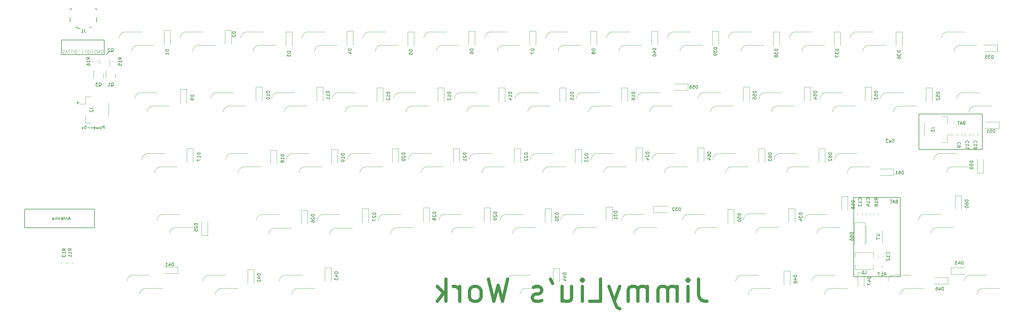
<source format=gbr>
%TF.GenerationSoftware,KiCad,Pcbnew,(6.0.7)*%
%TF.CreationDate,2022-10-26T17:48:04+08:00*%
%TF.ProjectId,Joker60_v2,4a6f6b65-7236-4305-9f76-322e6b696361,1.0*%
%TF.SameCoordinates,Original*%
%TF.FileFunction,Legend,Bot*%
%TF.FilePolarity,Positive*%
%FSLAX46Y46*%
G04 Gerber Fmt 4.6, Leading zero omitted, Abs format (unit mm)*
G04 Created by KiCad (PCBNEW (6.0.7)) date 2022-10-26 17:48:04*
%MOMM*%
%LPD*%
G01*
G04 APERTURE LIST*
%ADD10C,0.150000*%
%ADD11C,1.000000*%
%ADD12C,0.125000*%
%ADD13C,0.120000*%
G04 APERTURE END LIST*
D10*
X321945000Y-174307500D02*
X341725000Y-174307500D01*
X341725000Y-174307500D02*
X341725000Y-185420000D01*
X341725000Y-185420000D02*
X321945000Y-185420000D01*
X321945000Y-185420000D02*
X321945000Y-174307500D01*
X68580000Y-154940000D02*
X67945000Y-155575000D01*
X42291000Y-204089000D02*
X64135000Y-204089000D01*
X64135000Y-204089000D02*
X64135000Y-209931000D01*
X64135000Y-209931000D02*
X42291000Y-209931000D01*
X42291000Y-209931000D02*
X42291000Y-204089000D01*
X53848000Y-151130000D02*
X67183000Y-151130000D01*
X67183000Y-151130000D02*
X67183000Y-155702000D01*
X67183000Y-155702000D02*
X53848000Y-155702000D01*
X53848000Y-155702000D02*
X53848000Y-151130000D01*
X301530000Y-200515000D02*
X316135000Y-200515000D01*
X316135000Y-200515000D02*
X316135000Y-225280000D01*
X316135000Y-225280000D02*
X301530000Y-225280000D01*
X301530000Y-225280000D02*
X301530000Y-200515000D01*
D11*
X253026666Y-226036666D02*
X253026666Y-231036666D01*
X253360000Y-232036666D01*
X254026666Y-232703333D01*
X255026666Y-233036666D01*
X255693333Y-233036666D01*
X249693333Y-233036666D02*
X249693333Y-228370000D01*
X249693333Y-226036666D02*
X250026666Y-226370000D01*
X249693333Y-226703333D01*
X249360000Y-226370000D01*
X249693333Y-226036666D01*
X249693333Y-226703333D01*
X246360000Y-233036666D02*
X246360000Y-228370000D01*
X246360000Y-229036666D02*
X246026666Y-228703333D01*
X245360000Y-228370000D01*
X244360000Y-228370000D01*
X243693333Y-228703333D01*
X243360000Y-229370000D01*
X243360000Y-233036666D01*
X243360000Y-229370000D02*
X243026666Y-228703333D01*
X242360000Y-228370000D01*
X241360000Y-228370000D01*
X240693333Y-228703333D01*
X240360000Y-229370000D01*
X240360000Y-233036666D01*
X237026666Y-233036666D02*
X237026666Y-228370000D01*
X237026666Y-229036666D02*
X236693333Y-228703333D01*
X236026666Y-228370000D01*
X235026666Y-228370000D01*
X234360000Y-228703333D01*
X234026666Y-229370000D01*
X234026666Y-233036666D01*
X234026666Y-229370000D02*
X233693333Y-228703333D01*
X233026666Y-228370000D01*
X232026666Y-228370000D01*
X231360000Y-228703333D01*
X231026666Y-229370000D01*
X231026666Y-233036666D01*
X228360000Y-228370000D02*
X226693333Y-233036666D01*
X225026666Y-228370000D02*
X226693333Y-233036666D01*
X227360000Y-234703333D01*
X227693333Y-235036666D01*
X228360000Y-235370000D01*
X219026666Y-233036666D02*
X222360000Y-233036666D01*
X222360000Y-226036666D01*
X216693333Y-233036666D02*
X216693333Y-228370000D01*
X216693333Y-226036666D02*
X217026666Y-226370000D01*
X216693333Y-226703333D01*
X216360000Y-226370000D01*
X216693333Y-226036666D01*
X216693333Y-226703333D01*
X210360000Y-228370000D02*
X210360000Y-233036666D01*
X213360000Y-228370000D02*
X213360000Y-232036666D01*
X213026666Y-232703333D01*
X212360000Y-233036666D01*
X211360000Y-233036666D01*
X210693333Y-232703333D01*
X210360000Y-232370000D01*
X206693333Y-226036666D02*
X207360000Y-227370000D01*
X204026666Y-232703333D02*
X203360000Y-233036666D01*
X202026666Y-233036666D01*
X201360000Y-232703333D01*
X201026666Y-232036666D01*
X201026666Y-231703333D01*
X201360000Y-231036666D01*
X202026666Y-230703333D01*
X203026666Y-230703333D01*
X203693333Y-230370000D01*
X204026666Y-229703333D01*
X204026666Y-229370000D01*
X203693333Y-228703333D01*
X203026666Y-228370000D01*
X202026666Y-228370000D01*
X201360000Y-228703333D01*
X193360000Y-226036666D02*
X191693333Y-233036666D01*
X190360000Y-228036666D01*
X189026666Y-233036666D01*
X187360000Y-226036666D01*
X183693333Y-233036666D02*
X184360000Y-232703333D01*
X184693333Y-232370000D01*
X185026666Y-231703333D01*
X185026666Y-229703333D01*
X184693333Y-229036666D01*
X184360000Y-228703333D01*
X183693333Y-228370000D01*
X182693333Y-228370000D01*
X182026666Y-228703333D01*
X181693333Y-229036666D01*
X181360000Y-229703333D01*
X181360000Y-231703333D01*
X181693333Y-232370000D01*
X182026666Y-232703333D01*
X182693333Y-233036666D01*
X183693333Y-233036666D01*
X178360000Y-233036666D02*
X178360000Y-228370000D01*
X178360000Y-229703333D02*
X178026666Y-229036666D01*
X177693333Y-228703333D01*
X177026666Y-228370000D01*
X176360000Y-228370000D01*
X174026666Y-233036666D02*
X174026666Y-226036666D01*
X173360000Y-230370000D02*
X171360000Y-233036666D01*
X171360000Y-228370000D02*
X174026666Y-231036666D01*
D10*
X59308952Y-170759428D02*
X58547047Y-170759428D01*
X58928000Y-171140380D02*
X58928000Y-170378476D01*
D12*
X54642476Y-155233619D02*
X54166285Y-155233619D01*
X54118666Y-154757428D01*
X54166285Y-154805047D01*
X54261523Y-154852666D01*
X54499619Y-154852666D01*
X54594857Y-154805047D01*
X54642476Y-154757428D01*
X54690095Y-154662190D01*
X54690095Y-154424095D01*
X54642476Y-154328857D01*
X54594857Y-154281238D01*
X54499619Y-154233619D01*
X54261523Y-154233619D01*
X54166285Y-154281238D01*
X54118666Y-154328857D01*
X54975809Y-155233619D02*
X55309142Y-154233619D01*
X55642476Y-155233619D01*
X56213904Y-153900285D02*
X56213904Y-155328857D01*
X56928190Y-155233619D02*
X56928190Y-154424095D01*
X56975809Y-154328857D01*
X57023428Y-154281238D01*
X57118666Y-154233619D01*
X57309142Y-154233619D01*
X57404380Y-154281238D01*
X57452000Y-154328857D01*
X57499619Y-154424095D01*
X57499619Y-155233619D01*
X57975809Y-154233619D02*
X57975809Y-155233619D01*
X58213904Y-155233619D01*
X58356761Y-155186000D01*
X58452000Y-155090761D01*
X58499619Y-154995523D01*
X58547238Y-154805047D01*
X58547238Y-154662190D01*
X58499619Y-154471714D01*
X58452000Y-154376476D01*
X58356761Y-154281238D01*
X58213904Y-154233619D01*
X57975809Y-154233619D01*
X58975809Y-154614571D02*
X59737714Y-154614571D01*
X60451999Y-153900285D02*
X60451999Y-155328857D01*
X61166285Y-155233619D02*
X61166285Y-154424095D01*
X61213904Y-154328857D01*
X61261523Y-154281238D01*
X61356761Y-154233619D01*
X61547238Y-154233619D01*
X61642476Y-154281238D01*
X61690095Y-154328857D01*
X61737714Y-154424095D01*
X61737714Y-155233619D01*
X62213904Y-154233619D02*
X62213904Y-155233619D01*
X62451999Y-155233619D01*
X62594857Y-155186000D01*
X62690095Y-155090761D01*
X62737714Y-154995523D01*
X62785333Y-154805047D01*
X62785333Y-154662190D01*
X62737714Y-154471714D01*
X62690095Y-154376476D01*
X62594857Y-154281238D01*
X62451999Y-154233619D01*
X62213904Y-154233619D01*
X63451999Y-153900285D02*
X63451999Y-155328857D01*
X64690095Y-155186000D02*
X64594857Y-155233619D01*
X64451999Y-155233619D01*
X64309142Y-155186000D01*
X64213904Y-155090761D01*
X64166285Y-154995523D01*
X64118666Y-154805047D01*
X64118666Y-154662190D01*
X64166285Y-154471714D01*
X64213904Y-154376476D01*
X64309142Y-154281238D01*
X64451999Y-154233619D01*
X64547238Y-154233619D01*
X64690095Y-154281238D01*
X64737714Y-154328857D01*
X64737714Y-154662190D01*
X64547238Y-154662190D01*
X65166285Y-154233619D02*
X65166285Y-155233619D01*
X65737714Y-154233619D01*
X65737714Y-155233619D01*
X66213904Y-154233619D02*
X66213904Y-155233619D01*
X66451999Y-155233619D01*
X66594857Y-155186000D01*
X66690095Y-155090761D01*
X66737714Y-154995523D01*
X66785333Y-154805047D01*
X66785333Y-154662190D01*
X66737714Y-154471714D01*
X66690095Y-154376476D01*
X66594857Y-154281238D01*
X66451999Y-154233619D01*
X66213904Y-154233619D01*
D10*
X56482904Y-207176666D02*
X56006714Y-207176666D01*
X56578142Y-207462380D02*
X56244809Y-206462380D01*
X55911476Y-207462380D01*
X55578142Y-206795714D02*
X55578142Y-207462380D01*
X55578142Y-206890952D02*
X55530523Y-206843333D01*
X55435285Y-206795714D01*
X55292428Y-206795714D01*
X55197190Y-206843333D01*
X55149571Y-206938571D01*
X55149571Y-207462380D01*
X54816238Y-206795714D02*
X54435285Y-206795714D01*
X54673380Y-206462380D02*
X54673380Y-207319523D01*
X54625761Y-207414761D01*
X54530523Y-207462380D01*
X54435285Y-207462380D01*
X53721000Y-207414761D02*
X53816238Y-207462380D01*
X54006714Y-207462380D01*
X54101952Y-207414761D01*
X54149571Y-207319523D01*
X54149571Y-206938571D01*
X54101952Y-206843333D01*
X54006714Y-206795714D01*
X53816238Y-206795714D01*
X53721000Y-206843333D01*
X53673380Y-206938571D01*
X53673380Y-207033809D01*
X54149571Y-207129047D01*
X53244809Y-206795714D02*
X53244809Y-207462380D01*
X53244809Y-206890952D02*
X53197190Y-206843333D01*
X53101952Y-206795714D01*
X52959095Y-206795714D01*
X52863857Y-206843333D01*
X52816238Y-206938571D01*
X52816238Y-207462380D01*
X52340047Y-206795714D02*
X52340047Y-207462380D01*
X52340047Y-206890952D02*
X52292428Y-206843333D01*
X52197190Y-206795714D01*
X52054333Y-206795714D01*
X51959095Y-206843333D01*
X51911476Y-206938571D01*
X51911476Y-207462380D01*
X51006714Y-207462380D02*
X51006714Y-206938571D01*
X51054333Y-206843333D01*
X51149571Y-206795714D01*
X51340047Y-206795714D01*
X51435285Y-206843333D01*
X51006714Y-207414761D02*
X51101952Y-207462380D01*
X51340047Y-207462380D01*
X51435285Y-207414761D01*
X51482904Y-207319523D01*
X51482904Y-207224285D01*
X51435285Y-207129047D01*
X51340047Y-207081428D01*
X51101952Y-207081428D01*
X51006714Y-207033809D01*
X314968095Y-201713571D02*
X314825238Y-201761190D01*
X314777619Y-201808809D01*
X314730000Y-201904047D01*
X314730000Y-202046904D01*
X314777619Y-202142142D01*
X314825238Y-202189761D01*
X314920476Y-202237380D01*
X315301428Y-202237380D01*
X315301428Y-201237380D01*
X314968095Y-201237380D01*
X314872857Y-201285000D01*
X314825238Y-201332619D01*
X314777619Y-201427857D01*
X314777619Y-201523095D01*
X314825238Y-201618333D01*
X314872857Y-201665952D01*
X314968095Y-201713571D01*
X315301428Y-201713571D01*
X314349047Y-201951666D02*
X313872857Y-201951666D01*
X314444285Y-202237380D02*
X314110952Y-201237380D01*
X313777619Y-202237380D01*
X313587142Y-201237380D02*
X313015714Y-201237380D01*
X313301428Y-202237380D02*
X313301428Y-201237380D01*
X67206380Y-179014380D02*
X67206380Y-178014380D01*
X66825428Y-178014380D01*
X66730190Y-178062000D01*
X66682571Y-178109619D01*
X66634952Y-178204857D01*
X66634952Y-178347714D01*
X66682571Y-178442952D01*
X66730190Y-178490571D01*
X66825428Y-178538190D01*
X67206380Y-178538190D01*
X66063523Y-179014380D02*
X66158761Y-178966761D01*
X66206380Y-178919142D01*
X66254000Y-178823904D01*
X66254000Y-178538190D01*
X66206380Y-178442952D01*
X66158761Y-178395333D01*
X66063523Y-178347714D01*
X65920666Y-178347714D01*
X65825428Y-178395333D01*
X65777809Y-178442952D01*
X65730190Y-178538190D01*
X65730190Y-178823904D01*
X65777809Y-178919142D01*
X65825428Y-178966761D01*
X65920666Y-179014380D01*
X66063523Y-179014380D01*
X65396857Y-178347714D02*
X65206380Y-179014380D01*
X65015904Y-178538190D01*
X64825428Y-179014380D01*
X64634952Y-178347714D01*
X63873047Y-178966761D02*
X63968285Y-179014380D01*
X64158761Y-179014380D01*
X64254000Y-178966761D01*
X64301619Y-178871523D01*
X64301619Y-178490571D01*
X64254000Y-178395333D01*
X64158761Y-178347714D01*
X63968285Y-178347714D01*
X63873047Y-178395333D01*
X63825428Y-178490571D01*
X63825428Y-178585809D01*
X64301619Y-178681047D01*
X63396857Y-179014380D02*
X63396857Y-178347714D01*
X63396857Y-178538190D02*
X63349238Y-178442952D01*
X63301619Y-178395333D01*
X63206380Y-178347714D01*
X63111142Y-178347714D01*
X62777809Y-178633428D02*
X62015904Y-178633428D01*
X61063523Y-178014380D02*
X61539714Y-178014380D01*
X61587333Y-178490571D01*
X61539714Y-178442952D01*
X61444476Y-178395333D01*
X61206380Y-178395333D01*
X61111142Y-178442952D01*
X61063523Y-178490571D01*
X61015904Y-178585809D01*
X61015904Y-178823904D01*
X61063523Y-178919142D01*
X61111142Y-178966761D01*
X61206380Y-179014380D01*
X61444476Y-179014380D01*
X61539714Y-178966761D01*
X61587333Y-178919142D01*
X60682571Y-178347714D02*
X60444476Y-179014380D01*
X60206380Y-178347714D01*
X336018095Y-177093571D02*
X335875238Y-177141190D01*
X335827619Y-177188809D01*
X335780000Y-177284047D01*
X335780000Y-177426904D01*
X335827619Y-177522142D01*
X335875238Y-177569761D01*
X335970476Y-177617380D01*
X336351428Y-177617380D01*
X336351428Y-176617380D01*
X336018095Y-176617380D01*
X335922857Y-176665000D01*
X335875238Y-176712619D01*
X335827619Y-176807857D01*
X335827619Y-176903095D01*
X335875238Y-176998333D01*
X335922857Y-177045952D01*
X336018095Y-177093571D01*
X336351428Y-177093571D01*
X335399047Y-177331666D02*
X334922857Y-177331666D01*
X335494285Y-177617380D02*
X335160952Y-176617380D01*
X334827619Y-177617380D01*
X334637142Y-176617380D02*
X334065714Y-176617380D01*
X334351428Y-177617380D02*
X334351428Y-176617380D01*
X247340285Y-204668380D02*
X247340285Y-203668380D01*
X247102190Y-203668380D01*
X246959333Y-203716000D01*
X246864095Y-203811238D01*
X246816476Y-203906476D01*
X246768857Y-204096952D01*
X246768857Y-204239809D01*
X246816476Y-204430285D01*
X246864095Y-204525523D01*
X246959333Y-204620761D01*
X247102190Y-204668380D01*
X247340285Y-204668380D01*
X246435523Y-203668380D02*
X245816476Y-203668380D01*
X246149809Y-204049333D01*
X246006952Y-204049333D01*
X245911714Y-204096952D01*
X245864095Y-204144571D01*
X245816476Y-204239809D01*
X245816476Y-204477904D01*
X245864095Y-204573142D01*
X245911714Y-204620761D01*
X246006952Y-204668380D01*
X246292666Y-204668380D01*
X246387904Y-204620761D01*
X246435523Y-204573142D01*
X245435523Y-203763619D02*
X245387904Y-203716000D01*
X245292666Y-203668380D01*
X245054571Y-203668380D01*
X244959333Y-203716000D01*
X244911714Y-203763619D01*
X244864095Y-203858857D01*
X244864095Y-203954095D01*
X244911714Y-204096952D01*
X245483142Y-204668380D01*
X244864095Y-204668380D01*
X194635380Y-167441714D02*
X193635380Y-167441714D01*
X193635380Y-167679809D01*
X193683000Y-167822666D01*
X193778238Y-167917904D01*
X193873476Y-167965523D01*
X194063952Y-168013142D01*
X194206809Y-168013142D01*
X194397285Y-167965523D01*
X194492523Y-167917904D01*
X194587761Y-167822666D01*
X194635380Y-167679809D01*
X194635380Y-167441714D01*
X194635380Y-168965523D02*
X194635380Y-168394095D01*
X194635380Y-168679809D02*
X193635380Y-168679809D01*
X193778238Y-168584571D01*
X193873476Y-168489333D01*
X193921095Y-168394095D01*
X193968714Y-169822666D02*
X194635380Y-169822666D01*
X193587761Y-169584571D02*
X194302047Y-169346476D01*
X194302047Y-169965523D01*
X345638285Y-180157380D02*
X345638285Y-179157380D01*
X345400190Y-179157380D01*
X345257333Y-179205000D01*
X345162095Y-179300238D01*
X345114476Y-179395476D01*
X345066857Y-179585952D01*
X345066857Y-179728809D01*
X345114476Y-179919285D01*
X345162095Y-180014523D01*
X345257333Y-180109761D01*
X345400190Y-180157380D01*
X345638285Y-180157380D01*
X344162095Y-179157380D02*
X344638285Y-179157380D01*
X344685904Y-179633571D01*
X344638285Y-179585952D01*
X344543047Y-179538333D01*
X344304952Y-179538333D01*
X344209714Y-179585952D01*
X344162095Y-179633571D01*
X344114476Y-179728809D01*
X344114476Y-179966904D01*
X344162095Y-180062142D01*
X344209714Y-180109761D01*
X344304952Y-180157380D01*
X344543047Y-180157380D01*
X344638285Y-180109761D01*
X344685904Y-180062142D01*
X343162095Y-180157380D02*
X343733523Y-180157380D01*
X343447809Y-180157380D02*
X343447809Y-179157380D01*
X343543047Y-179300238D01*
X343638285Y-179395476D01*
X343733523Y-179443095D01*
X311062857Y-224987380D02*
X311396190Y-224511190D01*
X311634285Y-224987380D02*
X311634285Y-223987380D01*
X311253333Y-223987380D01*
X311158095Y-224035000D01*
X311110476Y-224082619D01*
X311062857Y-224177857D01*
X311062857Y-224320714D01*
X311110476Y-224415952D01*
X311158095Y-224463571D01*
X311253333Y-224511190D01*
X311634285Y-224511190D01*
X310110476Y-224987380D02*
X310681904Y-224987380D01*
X310396190Y-224987380D02*
X310396190Y-223987380D01*
X310491428Y-224130238D01*
X310586666Y-224225476D01*
X310681904Y-224273095D01*
X309777142Y-223987380D02*
X309110476Y-223987380D01*
X309539047Y-224987380D01*
X69310238Y-165647619D02*
X69405476Y-165600000D01*
X69500714Y-165504761D01*
X69643571Y-165361904D01*
X69738809Y-165314285D01*
X69834047Y-165314285D01*
X69786428Y-165552380D02*
X69881666Y-165504761D01*
X69976904Y-165409523D01*
X70024523Y-165219047D01*
X70024523Y-164885714D01*
X69976904Y-164695238D01*
X69881666Y-164600000D01*
X69786428Y-164552380D01*
X69595952Y-164552380D01*
X69500714Y-164600000D01*
X69405476Y-164695238D01*
X69357857Y-164885714D01*
X69357857Y-165219047D01*
X69405476Y-165409523D01*
X69500714Y-165504761D01*
X69595952Y-165552380D01*
X69786428Y-165552380D01*
X68405476Y-165552380D02*
X68976904Y-165552380D01*
X68691190Y-165552380D02*
X68691190Y-164552380D01*
X68786428Y-164695238D01*
X68881666Y-164790476D01*
X68976904Y-164838095D01*
X317081285Y-193143380D02*
X317081285Y-192143380D01*
X316843190Y-192143380D01*
X316700333Y-192191000D01*
X316605095Y-192286238D01*
X316557476Y-192381476D01*
X316509857Y-192571952D01*
X316509857Y-192714809D01*
X316557476Y-192905285D01*
X316605095Y-193000523D01*
X316700333Y-193095761D01*
X316843190Y-193143380D01*
X317081285Y-193143380D01*
X315652714Y-192143380D02*
X315843190Y-192143380D01*
X315938428Y-192191000D01*
X315986047Y-192238619D01*
X316081285Y-192381476D01*
X316128904Y-192571952D01*
X316128904Y-192952904D01*
X316081285Y-193048142D01*
X316033666Y-193095761D01*
X315938428Y-193143380D01*
X315747952Y-193143380D01*
X315652714Y-193095761D01*
X315605095Y-193048142D01*
X315557476Y-192952904D01*
X315557476Y-192714809D01*
X315605095Y-192619571D01*
X315652714Y-192571952D01*
X315747952Y-192524333D01*
X315938428Y-192524333D01*
X316033666Y-192571952D01*
X316081285Y-192619571D01*
X316128904Y-192714809D01*
X314605095Y-193143380D02*
X315176523Y-193143380D01*
X314890809Y-193143380D02*
X314890809Y-192143380D01*
X314986047Y-192286238D01*
X315081285Y-192381476D01*
X315176523Y-192429095D01*
X170886380Y-205061714D02*
X169886380Y-205061714D01*
X169886380Y-205299809D01*
X169934000Y-205442666D01*
X170029238Y-205537904D01*
X170124476Y-205585523D01*
X170314952Y-205633142D01*
X170457809Y-205633142D01*
X170648285Y-205585523D01*
X170743523Y-205537904D01*
X170838761Y-205442666D01*
X170886380Y-205299809D01*
X170886380Y-205061714D01*
X169981619Y-206014095D02*
X169934000Y-206061714D01*
X169886380Y-206156952D01*
X169886380Y-206395047D01*
X169934000Y-206490285D01*
X169981619Y-206537904D01*
X170076857Y-206585523D01*
X170172095Y-206585523D01*
X170314952Y-206537904D01*
X170886380Y-205966476D01*
X170886380Y-206585523D01*
X170314952Y-207156952D02*
X170267333Y-207061714D01*
X170219714Y-207014095D01*
X170124476Y-206966476D01*
X170076857Y-206966476D01*
X169981619Y-207014095D01*
X169934000Y-207061714D01*
X169886380Y-207156952D01*
X169886380Y-207347428D01*
X169934000Y-207442666D01*
X169981619Y-207490285D01*
X170076857Y-207537904D01*
X170124476Y-207537904D01*
X170219714Y-207490285D01*
X170267333Y-207442666D01*
X170314952Y-207347428D01*
X170314952Y-207156952D01*
X170362571Y-207061714D01*
X170410190Y-207014095D01*
X170505428Y-206966476D01*
X170695904Y-206966476D01*
X170791142Y-207014095D01*
X170838761Y-207061714D01*
X170886380Y-207156952D01*
X170886380Y-207347428D01*
X170838761Y-207442666D01*
X170791142Y-207490285D01*
X170695904Y-207537904D01*
X170505428Y-207537904D01*
X170410190Y-207490285D01*
X170362571Y-207442666D01*
X170314952Y-207347428D01*
X252674285Y-166314380D02*
X252674285Y-165314380D01*
X252436190Y-165314380D01*
X252293333Y-165362000D01*
X252198095Y-165457238D01*
X252150476Y-165552476D01*
X252102857Y-165742952D01*
X252102857Y-165885809D01*
X252150476Y-166076285D01*
X252198095Y-166171523D01*
X252293333Y-166266761D01*
X252436190Y-166314380D01*
X252674285Y-166314380D01*
X251198095Y-165314380D02*
X251674285Y-165314380D01*
X251721904Y-165790571D01*
X251674285Y-165742952D01*
X251579047Y-165695333D01*
X251340952Y-165695333D01*
X251245714Y-165742952D01*
X251198095Y-165790571D01*
X251150476Y-165885809D01*
X251150476Y-166123904D01*
X251198095Y-166219142D01*
X251245714Y-166266761D01*
X251340952Y-166314380D01*
X251579047Y-166314380D01*
X251674285Y-166266761D01*
X251721904Y-166219142D01*
X250293333Y-165314380D02*
X250483809Y-165314380D01*
X250579047Y-165362000D01*
X250626666Y-165409619D01*
X250721904Y-165552476D01*
X250769523Y-165742952D01*
X250769523Y-166123904D01*
X250721904Y-166219142D01*
X250674285Y-166266761D01*
X250579047Y-166314380D01*
X250388571Y-166314380D01*
X250293333Y-166266761D01*
X250245714Y-166219142D01*
X250198095Y-166123904D01*
X250198095Y-165885809D01*
X250245714Y-165790571D01*
X250293333Y-165742952D01*
X250388571Y-165695333D01*
X250579047Y-165695333D01*
X250674285Y-165742952D01*
X250721904Y-165790571D01*
X250769523Y-165885809D01*
X301823380Y-201477714D02*
X300823380Y-201477714D01*
X300823380Y-201715809D01*
X300871000Y-201858666D01*
X300966238Y-201953904D01*
X301061476Y-202001523D01*
X301251952Y-202049142D01*
X301394809Y-202049142D01*
X301585285Y-202001523D01*
X301680523Y-201953904D01*
X301775761Y-201858666D01*
X301823380Y-201715809D01*
X301823380Y-201477714D01*
X300823380Y-202953904D02*
X300823380Y-202477714D01*
X301299571Y-202430095D01*
X301251952Y-202477714D01*
X301204333Y-202572952D01*
X301204333Y-202811047D01*
X301251952Y-202906285D01*
X301299571Y-202953904D01*
X301394809Y-203001523D01*
X301632904Y-203001523D01*
X301728142Y-202953904D01*
X301775761Y-202906285D01*
X301823380Y-202811047D01*
X301823380Y-202572952D01*
X301775761Y-202477714D01*
X301728142Y-202430095D01*
X301251952Y-203572952D02*
X301204333Y-203477714D01*
X301156714Y-203430095D01*
X301061476Y-203382476D01*
X301013857Y-203382476D01*
X300918619Y-203430095D01*
X300871000Y-203477714D01*
X300823380Y-203572952D01*
X300823380Y-203763428D01*
X300871000Y-203858666D01*
X300918619Y-203906285D01*
X301013857Y-203953904D01*
X301061476Y-203953904D01*
X301156714Y-203906285D01*
X301204333Y-203858666D01*
X301251952Y-203763428D01*
X301251952Y-203572952D01*
X301299571Y-203477714D01*
X301347190Y-203430095D01*
X301442428Y-203382476D01*
X301632904Y-203382476D01*
X301728142Y-203430095D01*
X301775761Y-203477714D01*
X301823380Y-203572952D01*
X301823380Y-203763428D01*
X301775761Y-203858666D01*
X301728142Y-203906285D01*
X301632904Y-203953904D01*
X301442428Y-203953904D01*
X301347190Y-203906285D01*
X301299571Y-203858666D01*
X301251952Y-203763428D01*
X180411380Y-186491714D02*
X179411380Y-186491714D01*
X179411380Y-186729809D01*
X179459000Y-186872666D01*
X179554238Y-186967904D01*
X179649476Y-187015523D01*
X179839952Y-187063142D01*
X179982809Y-187063142D01*
X180173285Y-187015523D01*
X180268523Y-186967904D01*
X180363761Y-186872666D01*
X180411380Y-186729809D01*
X180411380Y-186491714D01*
X179506619Y-187444095D02*
X179459000Y-187491714D01*
X179411380Y-187586952D01*
X179411380Y-187825047D01*
X179459000Y-187920285D01*
X179506619Y-187967904D01*
X179601857Y-188015523D01*
X179697095Y-188015523D01*
X179839952Y-187967904D01*
X180411380Y-187396476D01*
X180411380Y-188015523D01*
X180411380Y-188967904D02*
X180411380Y-188396476D01*
X180411380Y-188682190D02*
X179411380Y-188682190D01*
X179554238Y-188586952D01*
X179649476Y-188491714D01*
X179697095Y-188396476D01*
X306903380Y-225381714D02*
X305903380Y-225381714D01*
X305903380Y-225619809D01*
X305951000Y-225762666D01*
X306046238Y-225857904D01*
X306141476Y-225905523D01*
X306331952Y-225953142D01*
X306474809Y-225953142D01*
X306665285Y-225905523D01*
X306760523Y-225857904D01*
X306855761Y-225762666D01*
X306903380Y-225619809D01*
X306903380Y-225381714D01*
X306236714Y-226810285D02*
X306903380Y-226810285D01*
X305855761Y-226572190D02*
X306570047Y-226334095D01*
X306570047Y-226953142D01*
X305903380Y-227238857D02*
X305903380Y-227905523D01*
X306903380Y-227476952D01*
X328366380Y-167441714D02*
X327366380Y-167441714D01*
X327366380Y-167679809D01*
X327414000Y-167822666D01*
X327509238Y-167917904D01*
X327604476Y-167965523D01*
X327794952Y-168013142D01*
X327937809Y-168013142D01*
X328128285Y-167965523D01*
X328223523Y-167917904D01*
X328318761Y-167822666D01*
X328366380Y-167679809D01*
X328366380Y-167441714D01*
X327366380Y-168917904D02*
X327366380Y-168441714D01*
X327842571Y-168394095D01*
X327794952Y-168441714D01*
X327747333Y-168536952D01*
X327747333Y-168775047D01*
X327794952Y-168870285D01*
X327842571Y-168917904D01*
X327937809Y-168965523D01*
X328175904Y-168965523D01*
X328271142Y-168917904D01*
X328318761Y-168870285D01*
X328366380Y-168775047D01*
X328366380Y-168536952D01*
X328318761Y-168441714D01*
X328271142Y-168394095D01*
X327461619Y-169346476D02*
X327414000Y-169394095D01*
X327366380Y-169489333D01*
X327366380Y-169727428D01*
X327414000Y-169822666D01*
X327461619Y-169870285D01*
X327556857Y-169917904D01*
X327652095Y-169917904D01*
X327794952Y-169870285D01*
X328366380Y-169298857D01*
X328366380Y-169917904D01*
X132913380Y-205795714D02*
X131913380Y-205795714D01*
X131913380Y-206033809D01*
X131961000Y-206176666D01*
X132056238Y-206271904D01*
X132151476Y-206319523D01*
X132341952Y-206367142D01*
X132484809Y-206367142D01*
X132675285Y-206319523D01*
X132770523Y-206271904D01*
X132865761Y-206176666D01*
X132913380Y-206033809D01*
X132913380Y-205795714D01*
X132008619Y-206748095D02*
X131961000Y-206795714D01*
X131913380Y-206890952D01*
X131913380Y-207129047D01*
X131961000Y-207224285D01*
X132008619Y-207271904D01*
X132103857Y-207319523D01*
X132199095Y-207319523D01*
X132341952Y-207271904D01*
X132913380Y-206700476D01*
X132913380Y-207319523D01*
X131913380Y-208176666D02*
X131913380Y-207986190D01*
X131961000Y-207890952D01*
X132008619Y-207843333D01*
X132151476Y-207748095D01*
X132341952Y-207700476D01*
X132722904Y-207700476D01*
X132818142Y-207748095D01*
X132865761Y-207795714D01*
X132913380Y-207890952D01*
X132913380Y-208081428D01*
X132865761Y-208176666D01*
X132818142Y-208224285D01*
X132722904Y-208271904D01*
X132484809Y-208271904D01*
X132389571Y-208224285D01*
X132341952Y-208176666D01*
X132294333Y-208081428D01*
X132294333Y-207890952D01*
X132341952Y-207795714D01*
X132389571Y-207748095D01*
X132484809Y-207700476D01*
X220670380Y-153947904D02*
X219670380Y-153947904D01*
X219670380Y-154186000D01*
X219718000Y-154328857D01*
X219813238Y-154424095D01*
X219908476Y-154471714D01*
X220098952Y-154519333D01*
X220241809Y-154519333D01*
X220432285Y-154471714D01*
X220527523Y-154424095D01*
X220622761Y-154328857D01*
X220670380Y-154186000D01*
X220670380Y-153947904D01*
X220098952Y-155090761D02*
X220051333Y-154995523D01*
X220003714Y-154947904D01*
X219908476Y-154900285D01*
X219860857Y-154900285D01*
X219765619Y-154947904D01*
X219718000Y-154995523D01*
X219670380Y-155090761D01*
X219670380Y-155281238D01*
X219718000Y-155376476D01*
X219765619Y-155424095D01*
X219860857Y-155471714D01*
X219908476Y-155471714D01*
X220003714Y-155424095D01*
X220051333Y-155376476D01*
X220098952Y-155281238D01*
X220098952Y-155090761D01*
X220146571Y-154995523D01*
X220194190Y-154947904D01*
X220289428Y-154900285D01*
X220479904Y-154900285D01*
X220575142Y-154947904D01*
X220622761Y-154995523D01*
X220670380Y-155090761D01*
X220670380Y-155281238D01*
X220622761Y-155376476D01*
X220575142Y-155424095D01*
X220479904Y-155471714D01*
X220289428Y-155471714D01*
X220194190Y-155424095D01*
X220146571Y-155376476D01*
X220098952Y-155281238D01*
X237561380Y-186265714D02*
X236561380Y-186265714D01*
X236561380Y-186503809D01*
X236609000Y-186646666D01*
X236704238Y-186741904D01*
X236799476Y-186789523D01*
X236989952Y-186837142D01*
X237132809Y-186837142D01*
X237323285Y-186789523D01*
X237418523Y-186741904D01*
X237513761Y-186646666D01*
X237561380Y-186503809D01*
X237561380Y-186265714D01*
X236656619Y-187218095D02*
X236609000Y-187265714D01*
X236561380Y-187360952D01*
X236561380Y-187599047D01*
X236609000Y-187694285D01*
X236656619Y-187741904D01*
X236751857Y-187789523D01*
X236847095Y-187789523D01*
X236989952Y-187741904D01*
X237561380Y-187170476D01*
X237561380Y-187789523D01*
X236894714Y-188646666D02*
X237561380Y-188646666D01*
X236513761Y-188408571D02*
X237228047Y-188170476D01*
X237228047Y-188789523D01*
X301347380Y-211510714D02*
X300347380Y-211510714D01*
X300347380Y-211748809D01*
X300395000Y-211891666D01*
X300490238Y-211986904D01*
X300585476Y-212034523D01*
X300775952Y-212082142D01*
X300918809Y-212082142D01*
X301109285Y-212034523D01*
X301204523Y-211986904D01*
X301299761Y-211891666D01*
X301347380Y-211748809D01*
X301347380Y-211510714D01*
X300347380Y-212939285D02*
X300347380Y-212748809D01*
X300395000Y-212653571D01*
X300442619Y-212605952D01*
X300585476Y-212510714D01*
X300775952Y-212463095D01*
X301156904Y-212463095D01*
X301252142Y-212510714D01*
X301299761Y-212558333D01*
X301347380Y-212653571D01*
X301347380Y-212844047D01*
X301299761Y-212939285D01*
X301252142Y-212986904D01*
X301156904Y-213034523D01*
X300918809Y-213034523D01*
X300823571Y-212986904D01*
X300775952Y-212939285D01*
X300728333Y-212844047D01*
X300728333Y-212653571D01*
X300775952Y-212558333D01*
X300823571Y-212510714D01*
X300918809Y-212463095D01*
X300347380Y-213891666D02*
X300347380Y-213701190D01*
X300395000Y-213605952D01*
X300442619Y-213558333D01*
X300585476Y-213463095D01*
X300775952Y-213415476D01*
X301156904Y-213415476D01*
X301252142Y-213463095D01*
X301299761Y-213510714D01*
X301347380Y-213605952D01*
X301347380Y-213796428D01*
X301299761Y-213891666D01*
X301252142Y-213939285D01*
X301156904Y-213986904D01*
X300918809Y-213986904D01*
X300823571Y-213939285D01*
X300775952Y-213891666D01*
X300728333Y-213796428D01*
X300728333Y-213605952D01*
X300775952Y-213510714D01*
X300823571Y-213463095D01*
X300918809Y-213415476D01*
X334907142Y-183838333D02*
X334954761Y-183790714D01*
X335002380Y-183647857D01*
X335002380Y-183552619D01*
X334954761Y-183409761D01*
X334859523Y-183314523D01*
X334764285Y-183266904D01*
X334573809Y-183219285D01*
X334430952Y-183219285D01*
X334240476Y-183266904D01*
X334145238Y-183314523D01*
X334050000Y-183409761D01*
X334002380Y-183552619D01*
X334002380Y-183647857D01*
X334050000Y-183790714D01*
X334097619Y-183838333D01*
X335002380Y-184314523D02*
X335002380Y-184505000D01*
X334954761Y-184600238D01*
X334907142Y-184647857D01*
X334764285Y-184743095D01*
X334573809Y-184790714D01*
X334192857Y-184790714D01*
X334097619Y-184743095D01*
X334050000Y-184695476D01*
X334002380Y-184600238D01*
X334002380Y-184409761D01*
X334050000Y-184314523D01*
X334097619Y-184266904D01*
X334192857Y-184219285D01*
X334430952Y-184219285D01*
X334526190Y-184266904D01*
X334573809Y-184314523D01*
X334621428Y-184409761D01*
X334621428Y-184600238D01*
X334573809Y-184695476D01*
X334526190Y-184743095D01*
X334430952Y-184790714D01*
X337447142Y-183362142D02*
X337494761Y-183314523D01*
X337542380Y-183171666D01*
X337542380Y-183076428D01*
X337494761Y-182933571D01*
X337399523Y-182838333D01*
X337304285Y-182790714D01*
X337113809Y-182743095D01*
X336970952Y-182743095D01*
X336780476Y-182790714D01*
X336685238Y-182838333D01*
X336590000Y-182933571D01*
X336542380Y-183076428D01*
X336542380Y-183171666D01*
X336590000Y-183314523D01*
X336637619Y-183362142D01*
X337542380Y-184314523D02*
X337542380Y-183743095D01*
X337542380Y-184028809D02*
X336542380Y-184028809D01*
X336685238Y-183933571D01*
X336780476Y-183838333D01*
X336828095Y-183743095D01*
X337542380Y-185266904D02*
X337542380Y-184695476D01*
X337542380Y-184981190D02*
X336542380Y-184981190D01*
X336685238Y-184885952D01*
X336780476Y-184790714D01*
X336828095Y-184695476D01*
X163520380Y-154201904D02*
X162520380Y-154201904D01*
X162520380Y-154440000D01*
X162568000Y-154582857D01*
X162663238Y-154678095D01*
X162758476Y-154725714D01*
X162948952Y-154773333D01*
X163091809Y-154773333D01*
X163282285Y-154725714D01*
X163377523Y-154678095D01*
X163472761Y-154582857D01*
X163520380Y-154440000D01*
X163520380Y-154201904D01*
X162520380Y-155678095D02*
X162520380Y-155201904D01*
X162996571Y-155154285D01*
X162948952Y-155201904D01*
X162901333Y-155297142D01*
X162901333Y-155535238D01*
X162948952Y-155630476D01*
X162996571Y-155678095D01*
X163091809Y-155725714D01*
X163329904Y-155725714D01*
X163425142Y-155678095D01*
X163472761Y-155630476D01*
X163520380Y-155535238D01*
X163520380Y-155297142D01*
X163472761Y-155201904D01*
X163425142Y-155154285D01*
X62682380Y-157202142D02*
X62206190Y-156868809D01*
X62682380Y-156630714D02*
X61682380Y-156630714D01*
X61682380Y-157011666D01*
X61730000Y-157106904D01*
X61777619Y-157154523D01*
X61872857Y-157202142D01*
X62015714Y-157202142D01*
X62110952Y-157154523D01*
X62158571Y-157106904D01*
X62206190Y-157011666D01*
X62206190Y-156630714D01*
X62682380Y-158154523D02*
X62682380Y-157583095D01*
X62682380Y-157868809D02*
X61682380Y-157868809D01*
X61825238Y-157773571D01*
X61920476Y-157678333D01*
X61968095Y-157583095D01*
X61682380Y-159011666D02*
X61682380Y-158821190D01*
X61730000Y-158725952D01*
X61777619Y-158678333D01*
X61920476Y-158583095D01*
X62110952Y-158535476D01*
X62491904Y-158535476D01*
X62587142Y-158583095D01*
X62634761Y-158630714D01*
X62682380Y-158725952D01*
X62682380Y-158916428D01*
X62634761Y-159011666D01*
X62587142Y-159059285D01*
X62491904Y-159106904D01*
X62253809Y-159106904D01*
X62158571Y-159059285D01*
X62110952Y-159011666D01*
X62063333Y-158916428D01*
X62063333Y-158725952D01*
X62110952Y-158630714D01*
X62158571Y-158583095D01*
X62253809Y-158535476D01*
X271089380Y-167187714D02*
X270089380Y-167187714D01*
X270089380Y-167425809D01*
X270137000Y-167568666D01*
X270232238Y-167663904D01*
X270327476Y-167711523D01*
X270517952Y-167759142D01*
X270660809Y-167759142D01*
X270851285Y-167711523D01*
X270946523Y-167663904D01*
X271041761Y-167568666D01*
X271089380Y-167425809D01*
X271089380Y-167187714D01*
X270089380Y-168663904D02*
X270089380Y-168187714D01*
X270565571Y-168140095D01*
X270517952Y-168187714D01*
X270470333Y-168282952D01*
X270470333Y-168521047D01*
X270517952Y-168616285D01*
X270565571Y-168663904D01*
X270660809Y-168711523D01*
X270898904Y-168711523D01*
X270994142Y-168663904D01*
X271041761Y-168616285D01*
X271089380Y-168521047D01*
X271089380Y-168282952D01*
X271041761Y-168187714D01*
X270994142Y-168140095D01*
X270089380Y-169616285D02*
X270089380Y-169140095D01*
X270565571Y-169092476D01*
X270517952Y-169140095D01*
X270470333Y-169235333D01*
X270470333Y-169473428D01*
X270517952Y-169568666D01*
X270565571Y-169616285D01*
X270660809Y-169663904D01*
X270898904Y-169663904D01*
X270994142Y-169616285D01*
X271041761Y-169568666D01*
X271089380Y-169473428D01*
X271089380Y-169235333D01*
X271041761Y-169140095D01*
X270994142Y-169092476D01*
X156535380Y-167441714D02*
X155535380Y-167441714D01*
X155535380Y-167679809D01*
X155583000Y-167822666D01*
X155678238Y-167917904D01*
X155773476Y-167965523D01*
X155963952Y-168013142D01*
X156106809Y-168013142D01*
X156297285Y-167965523D01*
X156392523Y-167917904D01*
X156487761Y-167822666D01*
X156535380Y-167679809D01*
X156535380Y-167441714D01*
X156535380Y-168965523D02*
X156535380Y-168394095D01*
X156535380Y-168679809D02*
X155535380Y-168679809D01*
X155678238Y-168584571D01*
X155773476Y-168489333D01*
X155821095Y-168394095D01*
X155630619Y-169346476D02*
X155583000Y-169394095D01*
X155535380Y-169489333D01*
X155535380Y-169727428D01*
X155583000Y-169822666D01*
X155630619Y-169870285D01*
X155725857Y-169917904D01*
X155821095Y-169917904D01*
X155963952Y-169870285D01*
X156535380Y-169298857D01*
X156535380Y-169917904D01*
X189936380Y-205033714D02*
X188936380Y-205033714D01*
X188936380Y-205271809D01*
X188984000Y-205414666D01*
X189079238Y-205509904D01*
X189174476Y-205557523D01*
X189364952Y-205605142D01*
X189507809Y-205605142D01*
X189698285Y-205557523D01*
X189793523Y-205509904D01*
X189888761Y-205414666D01*
X189936380Y-205271809D01*
X189936380Y-205033714D01*
X189031619Y-205986095D02*
X188984000Y-206033714D01*
X188936380Y-206128952D01*
X188936380Y-206367047D01*
X188984000Y-206462285D01*
X189031619Y-206509904D01*
X189126857Y-206557523D01*
X189222095Y-206557523D01*
X189364952Y-206509904D01*
X189936380Y-205938476D01*
X189936380Y-206557523D01*
X189936380Y-207033714D02*
X189936380Y-207224190D01*
X189888761Y-207319428D01*
X189841142Y-207367047D01*
X189698285Y-207462285D01*
X189507809Y-207509904D01*
X189126857Y-207509904D01*
X189031619Y-207462285D01*
X188984000Y-207414666D01*
X188936380Y-207319428D01*
X188936380Y-207128952D01*
X188984000Y-207033714D01*
X189031619Y-206986095D01*
X189126857Y-206938476D01*
X189364952Y-206938476D01*
X189460190Y-206986095D01*
X189507809Y-207033714D01*
X189555428Y-207128952D01*
X189555428Y-207319428D01*
X189507809Y-207414666D01*
X189460190Y-207462285D01*
X189364952Y-207509904D01*
X304966666Y-224397380D02*
X305442857Y-224397380D01*
X305442857Y-223397380D01*
X304109523Y-224397380D02*
X304680952Y-224397380D01*
X304395238Y-224397380D02*
X304395238Y-223397380D01*
X304490476Y-223540238D01*
X304585714Y-223635476D01*
X304680952Y-223683095D01*
X161234380Y-186491714D02*
X160234380Y-186491714D01*
X160234380Y-186729809D01*
X160282000Y-186872666D01*
X160377238Y-186967904D01*
X160472476Y-187015523D01*
X160662952Y-187063142D01*
X160805809Y-187063142D01*
X160996285Y-187015523D01*
X161091523Y-186967904D01*
X161186761Y-186872666D01*
X161234380Y-186729809D01*
X161234380Y-186491714D01*
X160329619Y-187444095D02*
X160282000Y-187491714D01*
X160234380Y-187586952D01*
X160234380Y-187825047D01*
X160282000Y-187920285D01*
X160329619Y-187967904D01*
X160424857Y-188015523D01*
X160520095Y-188015523D01*
X160662952Y-187967904D01*
X161234380Y-187396476D01*
X161234380Y-188015523D01*
X160234380Y-188634571D02*
X160234380Y-188729809D01*
X160282000Y-188825047D01*
X160329619Y-188872666D01*
X160424857Y-188920285D01*
X160615333Y-188967904D01*
X160853428Y-188967904D01*
X161043904Y-188920285D01*
X161139142Y-188872666D01*
X161186761Y-188825047D01*
X161234380Y-188729809D01*
X161234380Y-188634571D01*
X161186761Y-188539333D01*
X161139142Y-188491714D01*
X161043904Y-188444095D01*
X160853428Y-188396476D01*
X160615333Y-188396476D01*
X160424857Y-188444095D01*
X160329619Y-188491714D01*
X160282000Y-188539333D01*
X160234380Y-188634571D01*
X152090380Y-205287714D02*
X151090380Y-205287714D01*
X151090380Y-205525809D01*
X151138000Y-205668666D01*
X151233238Y-205763904D01*
X151328476Y-205811523D01*
X151518952Y-205859142D01*
X151661809Y-205859142D01*
X151852285Y-205811523D01*
X151947523Y-205763904D01*
X152042761Y-205668666D01*
X152090380Y-205525809D01*
X152090380Y-205287714D01*
X151185619Y-206240095D02*
X151138000Y-206287714D01*
X151090380Y-206382952D01*
X151090380Y-206621047D01*
X151138000Y-206716285D01*
X151185619Y-206763904D01*
X151280857Y-206811523D01*
X151376095Y-206811523D01*
X151518952Y-206763904D01*
X152090380Y-206192476D01*
X152090380Y-206811523D01*
X151090380Y-207144857D02*
X151090380Y-207811523D01*
X152090380Y-207382952D01*
X306427142Y-201287142D02*
X306474761Y-201239523D01*
X306522380Y-201096666D01*
X306522380Y-201001428D01*
X306474761Y-200858571D01*
X306379523Y-200763333D01*
X306284285Y-200715714D01*
X306093809Y-200668095D01*
X305950952Y-200668095D01*
X305760476Y-200715714D01*
X305665238Y-200763333D01*
X305570000Y-200858571D01*
X305522380Y-201001428D01*
X305522380Y-201096666D01*
X305570000Y-201239523D01*
X305617619Y-201287142D01*
X306522380Y-202239523D02*
X306522380Y-201668095D01*
X306522380Y-201953809D02*
X305522380Y-201953809D01*
X305665238Y-201858571D01*
X305760476Y-201763333D01*
X305808095Y-201668095D01*
X305855714Y-203096666D02*
X306522380Y-203096666D01*
X305474761Y-202858571D02*
X306189047Y-202620476D01*
X306189047Y-203239523D01*
X233116380Y-167441714D02*
X232116380Y-167441714D01*
X232116380Y-167679809D01*
X232164000Y-167822666D01*
X232259238Y-167917904D01*
X232354476Y-167965523D01*
X232544952Y-168013142D01*
X232687809Y-168013142D01*
X232878285Y-167965523D01*
X232973523Y-167917904D01*
X233068761Y-167822666D01*
X233116380Y-167679809D01*
X233116380Y-167441714D01*
X233116380Y-168965523D02*
X233116380Y-168394095D01*
X233116380Y-168679809D02*
X232116380Y-168679809D01*
X232259238Y-168584571D01*
X232354476Y-168489333D01*
X232402095Y-168394095D01*
X232116380Y-169822666D02*
X232116380Y-169632190D01*
X232164000Y-169536952D01*
X232211619Y-169489333D01*
X232354476Y-169394095D01*
X232544952Y-169346476D01*
X232925904Y-169346476D01*
X233021142Y-169394095D01*
X233068761Y-169441714D01*
X233116380Y-169536952D01*
X233116380Y-169727428D01*
X233068761Y-169822666D01*
X233021142Y-169870285D01*
X232925904Y-169917904D01*
X232687809Y-169917904D01*
X232592571Y-169870285D01*
X232544952Y-169822666D01*
X232497333Y-169727428D01*
X232497333Y-169536952D01*
X232544952Y-169441714D01*
X232592571Y-169394095D01*
X232687809Y-169346476D01*
X116022380Y-224337714D02*
X115022380Y-224337714D01*
X115022380Y-224575809D01*
X115070000Y-224718666D01*
X115165238Y-224813904D01*
X115260476Y-224861523D01*
X115450952Y-224909142D01*
X115593809Y-224909142D01*
X115784285Y-224861523D01*
X115879523Y-224813904D01*
X115974761Y-224718666D01*
X116022380Y-224575809D01*
X116022380Y-224337714D01*
X115355714Y-225766285D02*
X116022380Y-225766285D01*
X114974761Y-225528190D02*
X115689047Y-225290095D01*
X115689047Y-225909142D01*
X115117619Y-226242476D02*
X115070000Y-226290095D01*
X115022380Y-226385333D01*
X115022380Y-226623428D01*
X115070000Y-226718666D01*
X115117619Y-226766285D01*
X115212857Y-226813904D01*
X115308095Y-226813904D01*
X115450952Y-226766285D01*
X116022380Y-226194857D01*
X116022380Y-226813904D01*
X258770380Y-153471714D02*
X257770380Y-153471714D01*
X257770380Y-153709809D01*
X257818000Y-153852666D01*
X257913238Y-153947904D01*
X258008476Y-153995523D01*
X258198952Y-154043142D01*
X258341809Y-154043142D01*
X258532285Y-153995523D01*
X258627523Y-153947904D01*
X258722761Y-153852666D01*
X258770380Y-153709809D01*
X258770380Y-153471714D01*
X257770380Y-154376476D02*
X257770380Y-154995523D01*
X258151333Y-154662190D01*
X258151333Y-154805047D01*
X258198952Y-154900285D01*
X258246571Y-154947904D01*
X258341809Y-154995523D01*
X258579904Y-154995523D01*
X258675142Y-154947904D01*
X258722761Y-154900285D01*
X258770380Y-154805047D01*
X258770380Y-154519333D01*
X258722761Y-154424095D01*
X258675142Y-154376476D01*
X258770380Y-155471714D02*
X258770380Y-155662190D01*
X258722761Y-155757428D01*
X258675142Y-155805047D01*
X258532285Y-155900285D01*
X258341809Y-155947904D01*
X257960857Y-155947904D01*
X257865619Y-155900285D01*
X257818000Y-155852666D01*
X257770380Y-155757428D01*
X257770380Y-155566952D01*
X257818000Y-155471714D01*
X257865619Y-155424095D01*
X257960857Y-155376476D01*
X258198952Y-155376476D01*
X258294190Y-155424095D01*
X258341809Y-155471714D01*
X258389428Y-155566952D01*
X258389428Y-155757428D01*
X258341809Y-155852666D01*
X258294190Y-155900285D01*
X258198952Y-155947904D01*
X345130285Y-156916380D02*
X345130285Y-155916380D01*
X344892190Y-155916380D01*
X344749333Y-155964000D01*
X344654095Y-156059238D01*
X344606476Y-156154476D01*
X344558857Y-156344952D01*
X344558857Y-156487809D01*
X344606476Y-156678285D01*
X344654095Y-156773523D01*
X344749333Y-156868761D01*
X344892190Y-156916380D01*
X345130285Y-156916380D01*
X344225523Y-155916380D02*
X343606476Y-155916380D01*
X343939809Y-156297333D01*
X343796952Y-156297333D01*
X343701714Y-156344952D01*
X343654095Y-156392571D01*
X343606476Y-156487809D01*
X343606476Y-156725904D01*
X343654095Y-156821142D01*
X343701714Y-156868761D01*
X343796952Y-156916380D01*
X344082666Y-156916380D01*
X344177904Y-156868761D01*
X344225523Y-156821142D01*
X342701714Y-155916380D02*
X343177904Y-155916380D01*
X343225523Y-156392571D01*
X343177904Y-156344952D01*
X343082666Y-156297333D01*
X342844571Y-156297333D01*
X342749333Y-156344952D01*
X342701714Y-156392571D01*
X342654095Y-156487809D01*
X342654095Y-156725904D01*
X342701714Y-156821142D01*
X342749333Y-156868761D01*
X342844571Y-156916380D01*
X343082666Y-156916380D01*
X343177904Y-156868761D01*
X343225523Y-156821142D01*
X312682142Y-218287142D02*
X312729761Y-218239523D01*
X312777380Y-218096666D01*
X312777380Y-218001428D01*
X312729761Y-217858571D01*
X312634523Y-217763333D01*
X312539285Y-217715714D01*
X312348809Y-217668095D01*
X312205952Y-217668095D01*
X312015476Y-217715714D01*
X311920238Y-217763333D01*
X311825000Y-217858571D01*
X311777380Y-218001428D01*
X311777380Y-218096666D01*
X311825000Y-218239523D01*
X311872619Y-218287142D01*
X312777380Y-219239523D02*
X312777380Y-218668095D01*
X312777380Y-218953809D02*
X311777380Y-218953809D01*
X311920238Y-218858571D01*
X312015476Y-218763333D01*
X312063095Y-218668095D01*
X311872619Y-219620476D02*
X311825000Y-219668095D01*
X311777380Y-219763333D01*
X311777380Y-220001428D01*
X311825000Y-220096666D01*
X311872619Y-220144285D01*
X311967857Y-220191904D01*
X312063095Y-220191904D01*
X312205952Y-220144285D01*
X312777380Y-219572857D01*
X312777380Y-220191904D01*
X209240380Y-205287714D02*
X208240380Y-205287714D01*
X208240380Y-205525809D01*
X208288000Y-205668666D01*
X208383238Y-205763904D01*
X208478476Y-205811523D01*
X208668952Y-205859142D01*
X208811809Y-205859142D01*
X209002285Y-205811523D01*
X209097523Y-205763904D01*
X209192761Y-205668666D01*
X209240380Y-205525809D01*
X209240380Y-205287714D01*
X208240380Y-206192476D02*
X208240380Y-206811523D01*
X208621333Y-206478190D01*
X208621333Y-206621047D01*
X208668952Y-206716285D01*
X208716571Y-206763904D01*
X208811809Y-206811523D01*
X209049904Y-206811523D01*
X209145142Y-206763904D01*
X209192761Y-206716285D01*
X209240380Y-206621047D01*
X209240380Y-206335333D01*
X209192761Y-206240095D01*
X209145142Y-206192476D01*
X208240380Y-207430571D02*
X208240380Y-207525809D01*
X208288000Y-207621047D01*
X208335619Y-207668666D01*
X208430857Y-207716285D01*
X208621333Y-207763904D01*
X208859428Y-207763904D01*
X209049904Y-207716285D01*
X209145142Y-207668666D01*
X209192761Y-207621047D01*
X209240380Y-207525809D01*
X209240380Y-207430571D01*
X209192761Y-207335333D01*
X209145142Y-207287714D01*
X209049904Y-207240095D01*
X208859428Y-207192476D01*
X208621333Y-207192476D01*
X208430857Y-207240095D01*
X208335619Y-207287714D01*
X208288000Y-207335333D01*
X208240380Y-207430571D01*
X290012380Y-167215714D02*
X289012380Y-167215714D01*
X289012380Y-167453809D01*
X289060000Y-167596666D01*
X289155238Y-167691904D01*
X289250476Y-167739523D01*
X289440952Y-167787142D01*
X289583809Y-167787142D01*
X289774285Y-167739523D01*
X289869523Y-167691904D01*
X289964761Y-167596666D01*
X290012380Y-167453809D01*
X290012380Y-167215714D01*
X289012380Y-168691904D02*
X289012380Y-168215714D01*
X289488571Y-168168095D01*
X289440952Y-168215714D01*
X289393333Y-168310952D01*
X289393333Y-168549047D01*
X289440952Y-168644285D01*
X289488571Y-168691904D01*
X289583809Y-168739523D01*
X289821904Y-168739523D01*
X289917142Y-168691904D01*
X289964761Y-168644285D01*
X290012380Y-168549047D01*
X290012380Y-168310952D01*
X289964761Y-168215714D01*
X289917142Y-168168095D01*
X289345714Y-169596666D02*
X290012380Y-169596666D01*
X288964761Y-169358571D02*
X289679047Y-169120476D01*
X289679047Y-169739523D01*
X275915380Y-186491714D02*
X274915380Y-186491714D01*
X274915380Y-186729809D01*
X274963000Y-186872666D01*
X275058238Y-186967904D01*
X275153476Y-187015523D01*
X275343952Y-187063142D01*
X275486809Y-187063142D01*
X275677285Y-187015523D01*
X275772523Y-186967904D01*
X275867761Y-186872666D01*
X275915380Y-186729809D01*
X275915380Y-186491714D01*
X274915380Y-187920285D02*
X274915380Y-187729809D01*
X274963000Y-187634571D01*
X275010619Y-187586952D01*
X275153476Y-187491714D01*
X275343952Y-187444095D01*
X275724904Y-187444095D01*
X275820142Y-187491714D01*
X275867761Y-187539333D01*
X275915380Y-187634571D01*
X275915380Y-187825047D01*
X275867761Y-187920285D01*
X275820142Y-187967904D01*
X275724904Y-188015523D01*
X275486809Y-188015523D01*
X275391571Y-187967904D01*
X275343952Y-187920285D01*
X275296333Y-187825047D01*
X275296333Y-187634571D01*
X275343952Y-187539333D01*
X275391571Y-187491714D01*
X275486809Y-187444095D01*
X274915380Y-188348857D02*
X274915380Y-188967904D01*
X275296333Y-188634571D01*
X275296333Y-188777428D01*
X275343952Y-188872666D01*
X275391571Y-188920285D01*
X275486809Y-188967904D01*
X275724904Y-188967904D01*
X275820142Y-188920285D01*
X275867761Y-188872666D01*
X275915380Y-188777428D01*
X275915380Y-188491714D01*
X275867761Y-188396476D01*
X275820142Y-188348857D01*
X55062380Y-217162142D02*
X54586190Y-216828809D01*
X55062380Y-216590714D02*
X54062380Y-216590714D01*
X54062380Y-216971666D01*
X54110000Y-217066904D01*
X54157619Y-217114523D01*
X54252857Y-217162142D01*
X54395714Y-217162142D01*
X54490952Y-217114523D01*
X54538571Y-217066904D01*
X54586190Y-216971666D01*
X54586190Y-216590714D01*
X55062380Y-218114523D02*
X55062380Y-217543095D01*
X55062380Y-217828809D02*
X54062380Y-217828809D01*
X54205238Y-217733571D01*
X54300476Y-217638333D01*
X54348095Y-217543095D01*
X54062380Y-218447857D02*
X54062380Y-219066904D01*
X54443333Y-218733571D01*
X54443333Y-218876428D01*
X54490952Y-218971666D01*
X54538571Y-219019285D01*
X54633809Y-219066904D01*
X54871904Y-219066904D01*
X54967142Y-219019285D01*
X55014761Y-218971666D01*
X55062380Y-218876428D01*
X55062380Y-218590714D01*
X55014761Y-218495476D01*
X54967142Y-218447857D01*
X96337380Y-208589714D02*
X95337380Y-208589714D01*
X95337380Y-208827809D01*
X95385000Y-208970666D01*
X95480238Y-209065904D01*
X95575476Y-209113523D01*
X95765952Y-209161142D01*
X95908809Y-209161142D01*
X96099285Y-209113523D01*
X96194523Y-209065904D01*
X96289761Y-208970666D01*
X96337380Y-208827809D01*
X96337380Y-208589714D01*
X95432619Y-209542095D02*
X95385000Y-209589714D01*
X95337380Y-209684952D01*
X95337380Y-209923047D01*
X95385000Y-210018285D01*
X95432619Y-210065904D01*
X95527857Y-210113523D01*
X95623095Y-210113523D01*
X95765952Y-210065904D01*
X96337380Y-209494476D01*
X96337380Y-210113523D01*
X95337380Y-211018285D02*
X95337380Y-210542095D01*
X95813571Y-210494476D01*
X95765952Y-210542095D01*
X95718333Y-210637333D01*
X95718333Y-210875428D01*
X95765952Y-210970666D01*
X95813571Y-211018285D01*
X95908809Y-211065904D01*
X96146904Y-211065904D01*
X96242142Y-211018285D01*
X96289761Y-210970666D01*
X96337380Y-210875428D01*
X96337380Y-210637333D01*
X96289761Y-210542095D01*
X96242142Y-210494476D01*
X294711380Y-186491714D02*
X293711380Y-186491714D01*
X293711380Y-186729809D01*
X293759000Y-186872666D01*
X293854238Y-186967904D01*
X293949476Y-187015523D01*
X294139952Y-187063142D01*
X294282809Y-187063142D01*
X294473285Y-187015523D01*
X294568523Y-186967904D01*
X294663761Y-186872666D01*
X294711380Y-186729809D01*
X294711380Y-186491714D01*
X293711380Y-187920285D02*
X293711380Y-187729809D01*
X293759000Y-187634571D01*
X293806619Y-187586952D01*
X293949476Y-187491714D01*
X294139952Y-187444095D01*
X294520904Y-187444095D01*
X294616142Y-187491714D01*
X294663761Y-187539333D01*
X294711380Y-187634571D01*
X294711380Y-187825047D01*
X294663761Y-187920285D01*
X294616142Y-187967904D01*
X294520904Y-188015523D01*
X294282809Y-188015523D01*
X294187571Y-187967904D01*
X294139952Y-187920285D01*
X294092333Y-187825047D01*
X294092333Y-187634571D01*
X294139952Y-187539333D01*
X294187571Y-187491714D01*
X294282809Y-187444095D01*
X293806619Y-188396476D02*
X293759000Y-188444095D01*
X293711380Y-188539333D01*
X293711380Y-188777428D01*
X293759000Y-188872666D01*
X293806619Y-188920285D01*
X293901857Y-188967904D01*
X293997095Y-188967904D01*
X294139952Y-188920285D01*
X294711380Y-188348857D01*
X294711380Y-188967904D01*
X213939380Y-167441714D02*
X212939380Y-167441714D01*
X212939380Y-167679809D01*
X212987000Y-167822666D01*
X213082238Y-167917904D01*
X213177476Y-167965523D01*
X213367952Y-168013142D01*
X213510809Y-168013142D01*
X213701285Y-167965523D01*
X213796523Y-167917904D01*
X213891761Y-167822666D01*
X213939380Y-167679809D01*
X213939380Y-167441714D01*
X213939380Y-168965523D02*
X213939380Y-168394095D01*
X213939380Y-168679809D02*
X212939380Y-168679809D01*
X213082238Y-168584571D01*
X213177476Y-168489333D01*
X213225095Y-168394095D01*
X212939380Y-169870285D02*
X212939380Y-169394095D01*
X213415571Y-169346476D01*
X213367952Y-169394095D01*
X213320333Y-169489333D01*
X213320333Y-169727428D01*
X213367952Y-169822666D01*
X213415571Y-169870285D01*
X213510809Y-169917904D01*
X213748904Y-169917904D01*
X213844142Y-169870285D01*
X213891761Y-169822666D01*
X213939380Y-169727428D01*
X213939380Y-169489333D01*
X213891761Y-169394095D01*
X213844142Y-169346476D01*
X338907380Y-189031714D02*
X337907380Y-189031714D01*
X337907380Y-189269809D01*
X337955000Y-189412666D01*
X338050238Y-189507904D01*
X338145476Y-189555523D01*
X338335952Y-189603142D01*
X338478809Y-189603142D01*
X338669285Y-189555523D01*
X338764523Y-189507904D01*
X338859761Y-189412666D01*
X338907380Y-189269809D01*
X338907380Y-189031714D01*
X337907380Y-190507904D02*
X337907380Y-190031714D01*
X338383571Y-189984095D01*
X338335952Y-190031714D01*
X338288333Y-190126952D01*
X338288333Y-190365047D01*
X338335952Y-190460285D01*
X338383571Y-190507904D01*
X338478809Y-190555523D01*
X338716904Y-190555523D01*
X338812142Y-190507904D01*
X338859761Y-190460285D01*
X338907380Y-190365047D01*
X338907380Y-190126952D01*
X338859761Y-190031714D01*
X338812142Y-189984095D01*
X338907380Y-191031714D02*
X338907380Y-191222190D01*
X338859761Y-191317428D01*
X338812142Y-191365047D01*
X338669285Y-191460285D01*
X338478809Y-191507904D01*
X338097857Y-191507904D01*
X338002619Y-191460285D01*
X337955000Y-191412666D01*
X337907380Y-191317428D01*
X337907380Y-191126952D01*
X337955000Y-191031714D01*
X338002619Y-190984095D01*
X338097857Y-190936476D01*
X338335952Y-190936476D01*
X338431190Y-190984095D01*
X338478809Y-191031714D01*
X338526428Y-191126952D01*
X338526428Y-191317428D01*
X338478809Y-191412666D01*
X338431190Y-191460285D01*
X338335952Y-191507904D01*
X175585380Y-167441714D02*
X174585380Y-167441714D01*
X174585380Y-167679809D01*
X174633000Y-167822666D01*
X174728238Y-167917904D01*
X174823476Y-167965523D01*
X175013952Y-168013142D01*
X175156809Y-168013142D01*
X175347285Y-167965523D01*
X175442523Y-167917904D01*
X175537761Y-167822666D01*
X175585380Y-167679809D01*
X175585380Y-167441714D01*
X175585380Y-168965523D02*
X175585380Y-168394095D01*
X175585380Y-168679809D02*
X174585380Y-168679809D01*
X174728238Y-168584571D01*
X174823476Y-168489333D01*
X174871095Y-168394095D01*
X174585380Y-169298857D02*
X174585380Y-169917904D01*
X174966333Y-169584571D01*
X174966333Y-169727428D01*
X175013952Y-169822666D01*
X175061571Y-169870285D01*
X175156809Y-169917904D01*
X175394904Y-169917904D01*
X175490142Y-169870285D01*
X175537761Y-169822666D01*
X175585380Y-169727428D01*
X175585380Y-169441714D01*
X175537761Y-169346476D01*
X175490142Y-169298857D01*
X218511380Y-186745714D02*
X217511380Y-186745714D01*
X217511380Y-186983809D01*
X217559000Y-187126666D01*
X217654238Y-187221904D01*
X217749476Y-187269523D01*
X217939952Y-187317142D01*
X218082809Y-187317142D01*
X218273285Y-187269523D01*
X218368523Y-187221904D01*
X218463761Y-187126666D01*
X218511380Y-186983809D01*
X218511380Y-186745714D01*
X217606619Y-187698095D02*
X217559000Y-187745714D01*
X217511380Y-187840952D01*
X217511380Y-188079047D01*
X217559000Y-188174285D01*
X217606619Y-188221904D01*
X217701857Y-188269523D01*
X217797095Y-188269523D01*
X217939952Y-188221904D01*
X218511380Y-187650476D01*
X218511380Y-188269523D01*
X217511380Y-188602857D02*
X217511380Y-189221904D01*
X217892333Y-188888571D01*
X217892333Y-189031428D01*
X217939952Y-189126666D01*
X217987571Y-189174285D01*
X218082809Y-189221904D01*
X218320904Y-189221904D01*
X218416142Y-189174285D01*
X218463761Y-189126666D01*
X218511380Y-189031428D01*
X218511380Y-188745714D01*
X218463761Y-188650476D01*
X218416142Y-188602857D01*
X108275380Y-148613904D02*
X107275380Y-148613904D01*
X107275380Y-148852000D01*
X107323000Y-148994857D01*
X107418238Y-149090095D01*
X107513476Y-149137714D01*
X107703952Y-149185333D01*
X107846809Y-149185333D01*
X108037285Y-149137714D01*
X108132523Y-149090095D01*
X108227761Y-148994857D01*
X108275380Y-148852000D01*
X108275380Y-148613904D01*
X107370619Y-149566285D02*
X107323000Y-149613904D01*
X107275380Y-149709142D01*
X107275380Y-149947238D01*
X107323000Y-150042476D01*
X107370619Y-150090095D01*
X107465857Y-150137714D01*
X107561095Y-150137714D01*
X107703952Y-150090095D01*
X108275380Y-149518666D01*
X108275380Y-150137714D01*
X227528380Y-204779714D02*
X226528380Y-204779714D01*
X226528380Y-205017809D01*
X226576000Y-205160666D01*
X226671238Y-205255904D01*
X226766476Y-205303523D01*
X226956952Y-205351142D01*
X227099809Y-205351142D01*
X227290285Y-205303523D01*
X227385523Y-205255904D01*
X227480761Y-205160666D01*
X227528380Y-205017809D01*
X227528380Y-204779714D01*
X226528380Y-205684476D02*
X226528380Y-206303523D01*
X226909333Y-205970190D01*
X226909333Y-206113047D01*
X226956952Y-206208285D01*
X227004571Y-206255904D01*
X227099809Y-206303523D01*
X227337904Y-206303523D01*
X227433142Y-206255904D01*
X227480761Y-206208285D01*
X227528380Y-206113047D01*
X227528380Y-205827333D01*
X227480761Y-205732095D01*
X227433142Y-205684476D01*
X227528380Y-207255904D02*
X227528380Y-206684476D01*
X227528380Y-206970190D02*
X226528380Y-206970190D01*
X226671238Y-206874952D01*
X226766476Y-206779714D01*
X226814095Y-206684476D01*
X314245714Y-183139761D02*
X314102857Y-183187380D01*
X313864761Y-183187380D01*
X313769523Y-183139761D01*
X313721904Y-183092142D01*
X313674285Y-182996904D01*
X313674285Y-182901666D01*
X313721904Y-182806428D01*
X313769523Y-182758809D01*
X313864761Y-182711190D01*
X314055238Y-182663571D01*
X314150476Y-182615952D01*
X314198095Y-182568333D01*
X314245714Y-182473095D01*
X314245714Y-182377857D01*
X314198095Y-182282619D01*
X314150476Y-182235000D01*
X314055238Y-182187380D01*
X313817142Y-182187380D01*
X313674285Y-182235000D01*
X313340952Y-182520714D02*
X313150476Y-183187380D01*
X312960000Y-182711190D01*
X312769523Y-183187380D01*
X312579047Y-182520714D01*
X312293333Y-182187380D02*
X311674285Y-182187380D01*
X312007619Y-182568333D01*
X311864761Y-182568333D01*
X311769523Y-182615952D01*
X311721904Y-182663571D01*
X311674285Y-182758809D01*
X311674285Y-182996904D01*
X311721904Y-183092142D01*
X311769523Y-183139761D01*
X311864761Y-183187380D01*
X312150476Y-183187380D01*
X312245714Y-183139761D01*
X312293333Y-183092142D01*
X309062380Y-201287142D02*
X308586190Y-200953809D01*
X309062380Y-200715714D02*
X308062380Y-200715714D01*
X308062380Y-201096666D01*
X308110000Y-201191904D01*
X308157619Y-201239523D01*
X308252857Y-201287142D01*
X308395714Y-201287142D01*
X308490952Y-201239523D01*
X308538571Y-201191904D01*
X308586190Y-201096666D01*
X308586190Y-200715714D01*
X309062380Y-202239523D02*
X309062380Y-201668095D01*
X309062380Y-201953809D02*
X308062380Y-201953809D01*
X308205238Y-201858571D01*
X308300476Y-201763333D01*
X308348095Y-201668095D01*
X308490952Y-202810952D02*
X308443333Y-202715714D01*
X308395714Y-202668095D01*
X308300476Y-202620476D01*
X308252857Y-202620476D01*
X308157619Y-202668095D01*
X308110000Y-202715714D01*
X308062380Y-202810952D01*
X308062380Y-203001428D01*
X308110000Y-203096666D01*
X308157619Y-203144285D01*
X308252857Y-203191904D01*
X308300476Y-203191904D01*
X308395714Y-203144285D01*
X308443333Y-203096666D01*
X308490952Y-203001428D01*
X308490952Y-202810952D01*
X308538571Y-202715714D01*
X308586190Y-202668095D01*
X308681428Y-202620476D01*
X308871904Y-202620476D01*
X308967142Y-202668095D01*
X309014761Y-202715714D01*
X309062380Y-202810952D01*
X309062380Y-203001428D01*
X309014761Y-203096666D01*
X308967142Y-203144285D01*
X308871904Y-203191904D01*
X308681428Y-203191904D01*
X308586190Y-203144285D01*
X308538571Y-203096666D01*
X308490952Y-203001428D01*
X56967380Y-217162142D02*
X56491190Y-216828809D01*
X56967380Y-216590714D02*
X55967380Y-216590714D01*
X55967380Y-216971666D01*
X56015000Y-217066904D01*
X56062619Y-217114523D01*
X56157857Y-217162142D01*
X56300714Y-217162142D01*
X56395952Y-217114523D01*
X56443571Y-217066904D01*
X56491190Y-216971666D01*
X56491190Y-216590714D01*
X56967380Y-218114523D02*
X56967380Y-217543095D01*
X56967380Y-217828809D02*
X55967380Y-217828809D01*
X56110238Y-217733571D01*
X56205476Y-217638333D01*
X56253095Y-217543095D01*
X56967380Y-219066904D02*
X56967380Y-218495476D01*
X56967380Y-218781190D02*
X55967380Y-218781190D01*
X56110238Y-218685952D01*
X56205476Y-218590714D01*
X56253095Y-218495476D01*
X325792380Y-178736666D02*
X326506666Y-178736666D01*
X326649523Y-178689047D01*
X326744761Y-178593809D01*
X326792380Y-178450952D01*
X326792380Y-178355714D01*
X325792380Y-179117619D02*
X325792380Y-179736666D01*
X326173333Y-179403333D01*
X326173333Y-179546190D01*
X326220952Y-179641428D01*
X326268571Y-179689047D01*
X326363809Y-179736666D01*
X326601904Y-179736666D01*
X326697142Y-179689047D01*
X326744761Y-179641428D01*
X326792380Y-179546190D01*
X326792380Y-179260476D01*
X326744761Y-179165238D01*
X326697142Y-179117619D01*
X61039333Y-147725380D02*
X61039333Y-148439666D01*
X61086952Y-148582523D01*
X61182190Y-148677761D01*
X61325047Y-148725380D01*
X61420285Y-148725380D01*
X60039333Y-148725380D02*
X60610761Y-148725380D01*
X60325047Y-148725380D02*
X60325047Y-147725380D01*
X60420285Y-147868238D01*
X60515523Y-147963476D01*
X60610761Y-148011095D01*
X283789380Y-224845714D02*
X282789380Y-224845714D01*
X282789380Y-225083809D01*
X282837000Y-225226666D01*
X282932238Y-225321904D01*
X283027476Y-225369523D01*
X283217952Y-225417142D01*
X283360809Y-225417142D01*
X283551285Y-225369523D01*
X283646523Y-225321904D01*
X283741761Y-225226666D01*
X283789380Y-225083809D01*
X283789380Y-224845714D01*
X283122714Y-226274285D02*
X283789380Y-226274285D01*
X282741761Y-226036190D02*
X283456047Y-225798095D01*
X283456047Y-226417142D01*
X283217952Y-226940952D02*
X283170333Y-226845714D01*
X283122714Y-226798095D01*
X283027476Y-226750476D01*
X282979857Y-226750476D01*
X282884619Y-226798095D01*
X282837000Y-226845714D01*
X282789380Y-226940952D01*
X282789380Y-227131428D01*
X282837000Y-227226666D01*
X282884619Y-227274285D01*
X282979857Y-227321904D01*
X283027476Y-227321904D01*
X283122714Y-227274285D01*
X283170333Y-227226666D01*
X283217952Y-227131428D01*
X283217952Y-226940952D01*
X283265571Y-226845714D01*
X283313190Y-226798095D01*
X283408428Y-226750476D01*
X283598904Y-226750476D01*
X283694142Y-226798095D01*
X283741761Y-226845714D01*
X283789380Y-226940952D01*
X283789380Y-227131428D01*
X283741761Y-227226666D01*
X283694142Y-227274285D01*
X283598904Y-227321904D01*
X283408428Y-227321904D01*
X283313190Y-227274285D01*
X283265571Y-227226666D01*
X283217952Y-227131428D01*
X65500238Y-165647619D02*
X65595476Y-165600000D01*
X65690714Y-165504761D01*
X65833571Y-165361904D01*
X65928809Y-165314285D01*
X66024047Y-165314285D01*
X65976428Y-165552380D02*
X66071666Y-165504761D01*
X66166904Y-165409523D01*
X66214523Y-165219047D01*
X66214523Y-164885714D01*
X66166904Y-164695238D01*
X66071666Y-164600000D01*
X65976428Y-164552380D01*
X65785952Y-164552380D01*
X65690714Y-164600000D01*
X65595476Y-164695238D01*
X65547857Y-164885714D01*
X65547857Y-165219047D01*
X65595476Y-165409523D01*
X65690714Y-165504761D01*
X65785952Y-165552380D01*
X65976428Y-165552380D01*
X65214523Y-164552380D02*
X64595476Y-164552380D01*
X64928809Y-164933333D01*
X64785952Y-164933333D01*
X64690714Y-164980952D01*
X64643095Y-165028571D01*
X64595476Y-165123809D01*
X64595476Y-165361904D01*
X64643095Y-165457142D01*
X64690714Y-165504761D01*
X64785952Y-165552380D01*
X65071666Y-165552380D01*
X65166904Y-165504761D01*
X65214523Y-165457142D01*
X118943380Y-167187714D02*
X117943380Y-167187714D01*
X117943380Y-167425809D01*
X117991000Y-167568666D01*
X118086238Y-167663904D01*
X118181476Y-167711523D01*
X118371952Y-167759142D01*
X118514809Y-167759142D01*
X118705285Y-167711523D01*
X118800523Y-167663904D01*
X118895761Y-167568666D01*
X118943380Y-167425809D01*
X118943380Y-167187714D01*
X118943380Y-168711523D02*
X118943380Y-168140095D01*
X118943380Y-168425809D02*
X117943380Y-168425809D01*
X118086238Y-168330571D01*
X118181476Y-168235333D01*
X118229095Y-168140095D01*
X117943380Y-169330571D02*
X117943380Y-169425809D01*
X117991000Y-169521047D01*
X118038619Y-169568666D01*
X118133857Y-169616285D01*
X118324333Y-169663904D01*
X118562428Y-169663904D01*
X118752904Y-169616285D01*
X118848142Y-169568666D01*
X118895761Y-169521047D01*
X118943380Y-169425809D01*
X118943380Y-169330571D01*
X118895761Y-169235333D01*
X118848142Y-169187714D01*
X118752904Y-169140095D01*
X118562428Y-169092476D01*
X118324333Y-169092476D01*
X118133857Y-169140095D01*
X118038619Y-169187714D01*
X117991000Y-169235333D01*
X117943380Y-169330571D01*
X125420380Y-154709904D02*
X124420380Y-154709904D01*
X124420380Y-154948000D01*
X124468000Y-155090857D01*
X124563238Y-155186095D01*
X124658476Y-155233714D01*
X124848952Y-155281333D01*
X124991809Y-155281333D01*
X125182285Y-155233714D01*
X125277523Y-155186095D01*
X125372761Y-155090857D01*
X125420380Y-154948000D01*
X125420380Y-154709904D01*
X124420380Y-155614666D02*
X124420380Y-156233714D01*
X124801333Y-155900380D01*
X124801333Y-156043238D01*
X124848952Y-156138476D01*
X124896571Y-156186095D01*
X124991809Y-156233714D01*
X125229904Y-156233714D01*
X125325142Y-156186095D01*
X125372761Y-156138476D01*
X125420380Y-156043238D01*
X125420380Y-155757523D01*
X125372761Y-155662285D01*
X125325142Y-155614666D01*
X182570380Y-153947904D02*
X181570380Y-153947904D01*
X181570380Y-154186000D01*
X181618000Y-154328857D01*
X181713238Y-154424095D01*
X181808476Y-154471714D01*
X181998952Y-154519333D01*
X182141809Y-154519333D01*
X182332285Y-154471714D01*
X182427523Y-154424095D01*
X182522761Y-154328857D01*
X182570380Y-154186000D01*
X182570380Y-153947904D01*
X181570380Y-155376476D02*
X181570380Y-155186000D01*
X181618000Y-155090761D01*
X181665619Y-155043142D01*
X181808476Y-154947904D01*
X181998952Y-154900285D01*
X182379904Y-154900285D01*
X182475142Y-154947904D01*
X182522761Y-154995523D01*
X182570380Y-155090761D01*
X182570380Y-155281238D01*
X182522761Y-155376476D01*
X182475142Y-155424095D01*
X182379904Y-155471714D01*
X182141809Y-155471714D01*
X182046571Y-155424095D01*
X181998952Y-155376476D01*
X181951333Y-155281238D01*
X181951333Y-155090761D01*
X181998952Y-154995523D01*
X182046571Y-154947904D01*
X182141809Y-154900285D01*
X335732285Y-221432380D02*
X335732285Y-220432380D01*
X335494190Y-220432380D01*
X335351333Y-220480000D01*
X335256095Y-220575238D01*
X335208476Y-220670476D01*
X335160857Y-220860952D01*
X335160857Y-221003809D01*
X335208476Y-221194285D01*
X335256095Y-221289523D01*
X335351333Y-221384761D01*
X335494190Y-221432380D01*
X335732285Y-221432380D01*
X334303714Y-220765714D02*
X334303714Y-221432380D01*
X334541809Y-220384761D02*
X334779904Y-221099047D01*
X334160857Y-221099047D01*
X333303714Y-220432380D02*
X333779904Y-220432380D01*
X333827523Y-220908571D01*
X333779904Y-220860952D01*
X333684666Y-220813333D01*
X333446571Y-220813333D01*
X333351333Y-220860952D01*
X333303714Y-220908571D01*
X333256095Y-221003809D01*
X333256095Y-221241904D01*
X333303714Y-221337142D01*
X333351333Y-221384761D01*
X333446571Y-221432380D01*
X333684666Y-221432380D01*
X333779904Y-221384761D01*
X333827523Y-221337142D01*
X87320380Y-154201904D02*
X86320380Y-154201904D01*
X86320380Y-154440000D01*
X86368000Y-154582857D01*
X86463238Y-154678095D01*
X86558476Y-154725714D01*
X86748952Y-154773333D01*
X86891809Y-154773333D01*
X87082285Y-154725714D01*
X87177523Y-154678095D01*
X87272761Y-154582857D01*
X87320380Y-154440000D01*
X87320380Y-154201904D01*
X87320380Y-155725714D02*
X87320380Y-155154285D01*
X87320380Y-155440000D02*
X86320380Y-155440000D01*
X86463238Y-155344761D01*
X86558476Y-155249523D01*
X86606095Y-155154285D01*
X97226380Y-186491714D02*
X96226380Y-186491714D01*
X96226380Y-186729809D01*
X96274000Y-186872666D01*
X96369238Y-186967904D01*
X96464476Y-187015523D01*
X96654952Y-187063142D01*
X96797809Y-187063142D01*
X96988285Y-187015523D01*
X97083523Y-186967904D01*
X97178761Y-186872666D01*
X97226380Y-186729809D01*
X97226380Y-186491714D01*
X97226380Y-188015523D02*
X97226380Y-187444095D01*
X97226380Y-187729809D02*
X96226380Y-187729809D01*
X96369238Y-187634571D01*
X96464476Y-187539333D01*
X96512095Y-187444095D01*
X96226380Y-188348857D02*
X96226380Y-189015523D01*
X97226380Y-188586952D01*
X88844285Y-221940380D02*
X88844285Y-220940380D01*
X88606190Y-220940380D01*
X88463333Y-220988000D01*
X88368095Y-221083238D01*
X88320476Y-221178476D01*
X88272857Y-221368952D01*
X88272857Y-221511809D01*
X88320476Y-221702285D01*
X88368095Y-221797523D01*
X88463333Y-221892761D01*
X88606190Y-221940380D01*
X88844285Y-221940380D01*
X87415714Y-221273714D02*
X87415714Y-221940380D01*
X87653809Y-220892761D02*
X87891904Y-221607047D01*
X87272857Y-221607047D01*
X86368095Y-221940380D02*
X86939523Y-221940380D01*
X86653809Y-221940380D02*
X86653809Y-220940380D01*
X86749047Y-221083238D01*
X86844285Y-221178476D01*
X86939523Y-221226095D01*
X123388380Y-186999714D02*
X122388380Y-186999714D01*
X122388380Y-187237809D01*
X122436000Y-187380666D01*
X122531238Y-187475904D01*
X122626476Y-187523523D01*
X122816952Y-187571142D01*
X122959809Y-187571142D01*
X123150285Y-187523523D01*
X123245523Y-187475904D01*
X123340761Y-187380666D01*
X123388380Y-187237809D01*
X123388380Y-186999714D01*
X123388380Y-188523523D02*
X123388380Y-187952095D01*
X123388380Y-188237809D02*
X122388380Y-188237809D01*
X122531238Y-188142571D01*
X122626476Y-188047333D01*
X122674095Y-187952095D01*
X122816952Y-189094952D02*
X122769333Y-188999714D01*
X122721714Y-188952095D01*
X122626476Y-188904476D01*
X122578857Y-188904476D01*
X122483619Y-188952095D01*
X122436000Y-188999714D01*
X122388380Y-189094952D01*
X122388380Y-189285428D01*
X122436000Y-189380666D01*
X122483619Y-189428285D01*
X122578857Y-189475904D01*
X122626476Y-189475904D01*
X122721714Y-189428285D01*
X122769333Y-189380666D01*
X122816952Y-189285428D01*
X122816952Y-189094952D01*
X122864571Y-188999714D01*
X122912190Y-188952095D01*
X123007428Y-188904476D01*
X123197904Y-188904476D01*
X123293142Y-188952095D01*
X123340761Y-188999714D01*
X123388380Y-189094952D01*
X123388380Y-189285428D01*
X123340761Y-189380666D01*
X123293142Y-189428285D01*
X123197904Y-189475904D01*
X123007428Y-189475904D01*
X122912190Y-189428285D01*
X122864571Y-189380666D01*
X122816952Y-189285428D01*
X256865380Y-186265714D02*
X255865380Y-186265714D01*
X255865380Y-186503809D01*
X255913000Y-186646666D01*
X256008238Y-186741904D01*
X256103476Y-186789523D01*
X256293952Y-186837142D01*
X256436809Y-186837142D01*
X256627285Y-186789523D01*
X256722523Y-186741904D01*
X256817761Y-186646666D01*
X256865380Y-186503809D01*
X256865380Y-186265714D01*
X255865380Y-187694285D02*
X255865380Y-187503809D01*
X255913000Y-187408571D01*
X255960619Y-187360952D01*
X256103476Y-187265714D01*
X256293952Y-187218095D01*
X256674904Y-187218095D01*
X256770142Y-187265714D01*
X256817761Y-187313333D01*
X256865380Y-187408571D01*
X256865380Y-187599047D01*
X256817761Y-187694285D01*
X256770142Y-187741904D01*
X256674904Y-187789523D01*
X256436809Y-187789523D01*
X256341571Y-187741904D01*
X256293952Y-187694285D01*
X256246333Y-187599047D01*
X256246333Y-187408571D01*
X256293952Y-187313333D01*
X256341571Y-187265714D01*
X256436809Y-187218095D01*
X256198714Y-188646666D02*
X256865380Y-188646666D01*
X255817761Y-188408571D02*
X256532047Y-188170476D01*
X256532047Y-188789523D01*
X339987142Y-183362142D02*
X340034761Y-183314523D01*
X340082380Y-183171666D01*
X340082380Y-183076428D01*
X340034761Y-182933571D01*
X339939523Y-182838333D01*
X339844285Y-182790714D01*
X339653809Y-182743095D01*
X339510952Y-182743095D01*
X339320476Y-182790714D01*
X339225238Y-182838333D01*
X339130000Y-182933571D01*
X339082380Y-183076428D01*
X339082380Y-183171666D01*
X339130000Y-183314523D01*
X339177619Y-183362142D01*
X340082380Y-184314523D02*
X340082380Y-183743095D01*
X340082380Y-184028809D02*
X339082380Y-184028809D01*
X339225238Y-183933571D01*
X339320476Y-183838333D01*
X339368095Y-183743095D01*
X339082380Y-184933571D02*
X339082380Y-185028809D01*
X339130000Y-185124047D01*
X339177619Y-185171666D01*
X339272857Y-185219285D01*
X339463333Y-185266904D01*
X339701428Y-185266904D01*
X339891904Y-185219285D01*
X339987142Y-185171666D01*
X340034761Y-185124047D01*
X340082380Y-185028809D01*
X340082380Y-184933571D01*
X340034761Y-184838333D01*
X339987142Y-184790714D01*
X339891904Y-184743095D01*
X339701428Y-184695476D01*
X339463333Y-184695476D01*
X339272857Y-184743095D01*
X339177619Y-184790714D01*
X339130000Y-184838333D01*
X339082380Y-184933571D01*
X309062380Y-167187714D02*
X308062380Y-167187714D01*
X308062380Y-167425809D01*
X308110000Y-167568666D01*
X308205238Y-167663904D01*
X308300476Y-167711523D01*
X308490952Y-167759142D01*
X308633809Y-167759142D01*
X308824285Y-167711523D01*
X308919523Y-167663904D01*
X309014761Y-167568666D01*
X309062380Y-167425809D01*
X309062380Y-167187714D01*
X308062380Y-168663904D02*
X308062380Y-168187714D01*
X308538571Y-168140095D01*
X308490952Y-168187714D01*
X308443333Y-168282952D01*
X308443333Y-168521047D01*
X308490952Y-168616285D01*
X308538571Y-168663904D01*
X308633809Y-168711523D01*
X308871904Y-168711523D01*
X308967142Y-168663904D01*
X309014761Y-168616285D01*
X309062380Y-168521047D01*
X309062380Y-168282952D01*
X309014761Y-168187714D01*
X308967142Y-168140095D01*
X308062380Y-169044857D02*
X308062380Y-169663904D01*
X308443333Y-169330571D01*
X308443333Y-169473428D01*
X308490952Y-169568666D01*
X308538571Y-169616285D01*
X308633809Y-169663904D01*
X308871904Y-169663904D01*
X308967142Y-169616285D01*
X309014761Y-169568666D01*
X309062380Y-169473428D01*
X309062380Y-169187714D01*
X309014761Y-169092476D01*
X308967142Y-169044857D01*
X308697380Y-211963095D02*
X309506904Y-211963095D01*
X309602142Y-212010714D01*
X309649761Y-212058333D01*
X309697380Y-212153571D01*
X309697380Y-212344047D01*
X309649761Y-212439285D01*
X309602142Y-212486904D01*
X309506904Y-212534523D01*
X308697380Y-212534523D01*
X308697380Y-212915476D02*
X308697380Y-213582142D01*
X309697380Y-213153571D01*
X201620380Y-153947904D02*
X200620380Y-153947904D01*
X200620380Y-154186000D01*
X200668000Y-154328857D01*
X200763238Y-154424095D01*
X200858476Y-154471714D01*
X201048952Y-154519333D01*
X201191809Y-154519333D01*
X201382285Y-154471714D01*
X201477523Y-154424095D01*
X201572761Y-154328857D01*
X201620380Y-154186000D01*
X201620380Y-153947904D01*
X200620380Y-154852666D02*
X200620380Y-155519333D01*
X201620380Y-155090761D01*
X69310238Y-154852619D02*
X69405476Y-154805000D01*
X69500714Y-154709761D01*
X69643571Y-154566904D01*
X69738809Y-154519285D01*
X69834047Y-154519285D01*
X69786428Y-154757380D02*
X69881666Y-154709761D01*
X69976904Y-154614523D01*
X70024523Y-154424047D01*
X70024523Y-154090714D01*
X69976904Y-153900238D01*
X69881666Y-153805000D01*
X69786428Y-153757380D01*
X69595952Y-153757380D01*
X69500714Y-153805000D01*
X69405476Y-153900238D01*
X69357857Y-154090714D01*
X69357857Y-154424047D01*
X69405476Y-154614523D01*
X69500714Y-154709761D01*
X69595952Y-154757380D01*
X69786428Y-154757380D01*
X68976904Y-153852619D02*
X68929285Y-153805000D01*
X68834047Y-153757380D01*
X68595952Y-153757380D01*
X68500714Y-153805000D01*
X68453095Y-153852619D01*
X68405476Y-153947857D01*
X68405476Y-154043095D01*
X68453095Y-154185952D01*
X69024523Y-154757380D01*
X68405476Y-154757380D01*
X303887142Y-201287142D02*
X303934761Y-201239523D01*
X303982380Y-201096666D01*
X303982380Y-201001428D01*
X303934761Y-200858571D01*
X303839523Y-200763333D01*
X303744285Y-200715714D01*
X303553809Y-200668095D01*
X303410952Y-200668095D01*
X303220476Y-200715714D01*
X303125238Y-200763333D01*
X303030000Y-200858571D01*
X302982380Y-201001428D01*
X302982380Y-201096666D01*
X303030000Y-201239523D01*
X303077619Y-201287142D01*
X303982380Y-202239523D02*
X303982380Y-201668095D01*
X303982380Y-201953809D02*
X302982380Y-201953809D01*
X303125238Y-201858571D01*
X303220476Y-201763333D01*
X303268095Y-201668095D01*
X302982380Y-202572857D02*
X302982380Y-203191904D01*
X303363333Y-202858571D01*
X303363333Y-203001428D01*
X303410952Y-203096666D01*
X303458571Y-203144285D01*
X303553809Y-203191904D01*
X303791904Y-203191904D01*
X303887142Y-203144285D01*
X303934761Y-203096666D01*
X303982380Y-203001428D01*
X303982380Y-202715714D01*
X303934761Y-202620476D01*
X303887142Y-202572857D01*
X140279380Y-223801714D02*
X139279380Y-223801714D01*
X139279380Y-224039809D01*
X139327000Y-224182666D01*
X139422238Y-224277904D01*
X139517476Y-224325523D01*
X139707952Y-224373142D01*
X139850809Y-224373142D01*
X140041285Y-224325523D01*
X140136523Y-224277904D01*
X140231761Y-224182666D01*
X140279380Y-224039809D01*
X140279380Y-223801714D01*
X139612714Y-225230285D02*
X140279380Y-225230285D01*
X139231761Y-224992190D02*
X139946047Y-224754095D01*
X139946047Y-225373142D01*
X139279380Y-225658857D02*
X139279380Y-226277904D01*
X139660333Y-225944571D01*
X139660333Y-226087428D01*
X139707952Y-226182666D01*
X139755571Y-226230285D01*
X139850809Y-226277904D01*
X140088904Y-226277904D01*
X140184142Y-226230285D01*
X140231761Y-226182666D01*
X140279380Y-226087428D01*
X140279380Y-225801714D01*
X140231761Y-225706476D01*
X140184142Y-225658857D01*
X296870380Y-153979714D02*
X295870380Y-153979714D01*
X295870380Y-154217809D01*
X295918000Y-154360666D01*
X296013238Y-154455904D01*
X296108476Y-154503523D01*
X296298952Y-154551142D01*
X296441809Y-154551142D01*
X296632285Y-154503523D01*
X296727523Y-154455904D01*
X296822761Y-154360666D01*
X296870380Y-154217809D01*
X296870380Y-153979714D01*
X295870380Y-154884476D02*
X295870380Y-155503523D01*
X296251333Y-155170190D01*
X296251333Y-155313047D01*
X296298952Y-155408285D01*
X296346571Y-155455904D01*
X296441809Y-155503523D01*
X296679904Y-155503523D01*
X296775142Y-155455904D01*
X296822761Y-155408285D01*
X296870380Y-155313047D01*
X296870380Y-155027333D01*
X296822761Y-154932095D01*
X296775142Y-154884476D01*
X295870380Y-155836857D02*
X295870380Y-156503523D01*
X296870380Y-156074952D01*
X137612380Y-167187714D02*
X136612380Y-167187714D01*
X136612380Y-167425809D01*
X136660000Y-167568666D01*
X136755238Y-167663904D01*
X136850476Y-167711523D01*
X137040952Y-167759142D01*
X137183809Y-167759142D01*
X137374285Y-167711523D01*
X137469523Y-167663904D01*
X137564761Y-167568666D01*
X137612380Y-167425809D01*
X137612380Y-167187714D01*
X137612380Y-168711523D02*
X137612380Y-168140095D01*
X137612380Y-168425809D02*
X136612380Y-168425809D01*
X136755238Y-168330571D01*
X136850476Y-168235333D01*
X136898095Y-168140095D01*
X137612380Y-169663904D02*
X137612380Y-169092476D01*
X137612380Y-169378190D02*
X136612380Y-169378190D01*
X136755238Y-169282952D01*
X136850476Y-169187714D01*
X136898095Y-169092476D01*
X285440380Y-205287714D02*
X284440380Y-205287714D01*
X284440380Y-205525809D01*
X284488000Y-205668666D01*
X284583238Y-205763904D01*
X284678476Y-205811523D01*
X284868952Y-205859142D01*
X285011809Y-205859142D01*
X285202285Y-205811523D01*
X285297523Y-205763904D01*
X285392761Y-205668666D01*
X285440380Y-205525809D01*
X285440380Y-205287714D01*
X284440380Y-206192476D02*
X284440380Y-206811523D01*
X284821333Y-206478190D01*
X284821333Y-206621047D01*
X284868952Y-206716285D01*
X284916571Y-206763904D01*
X285011809Y-206811523D01*
X285249904Y-206811523D01*
X285345142Y-206763904D01*
X285392761Y-206716285D01*
X285440380Y-206621047D01*
X285440380Y-206335333D01*
X285392761Y-206240095D01*
X285345142Y-206192476D01*
X284773714Y-207668666D02*
X285440380Y-207668666D01*
X284392761Y-207430571D02*
X285107047Y-207192476D01*
X285107047Y-207811523D01*
X142311380Y-186745714D02*
X141311380Y-186745714D01*
X141311380Y-186983809D01*
X141359000Y-187126666D01*
X141454238Y-187221904D01*
X141549476Y-187269523D01*
X141739952Y-187317142D01*
X141882809Y-187317142D01*
X142073285Y-187269523D01*
X142168523Y-187221904D01*
X142263761Y-187126666D01*
X142311380Y-186983809D01*
X142311380Y-186745714D01*
X142311380Y-188269523D02*
X142311380Y-187698095D01*
X142311380Y-187983809D02*
X141311380Y-187983809D01*
X141454238Y-187888571D01*
X141549476Y-187793333D01*
X141597095Y-187698095D01*
X142311380Y-188745714D02*
X142311380Y-188936190D01*
X142263761Y-189031428D01*
X142216142Y-189079047D01*
X142073285Y-189174285D01*
X141882809Y-189221904D01*
X141501857Y-189221904D01*
X141406619Y-189174285D01*
X141359000Y-189126666D01*
X141311380Y-189031428D01*
X141311380Y-188840952D01*
X141359000Y-188745714D01*
X141406619Y-188698095D01*
X141501857Y-188650476D01*
X141739952Y-188650476D01*
X141835190Y-188698095D01*
X141882809Y-188745714D01*
X141930428Y-188840952D01*
X141930428Y-189031428D01*
X141882809Y-189126666D01*
X141835190Y-189174285D01*
X141739952Y-189221904D01*
X144470380Y-153947904D02*
X143470380Y-153947904D01*
X143470380Y-154186000D01*
X143518000Y-154328857D01*
X143613238Y-154424095D01*
X143708476Y-154471714D01*
X143898952Y-154519333D01*
X144041809Y-154519333D01*
X144232285Y-154471714D01*
X144327523Y-154424095D01*
X144422761Y-154328857D01*
X144470380Y-154186000D01*
X144470380Y-153947904D01*
X143803714Y-155376476D02*
X144470380Y-155376476D01*
X143422761Y-155138380D02*
X144137047Y-154900285D01*
X144137047Y-155519333D01*
X329636285Y-229560380D02*
X329636285Y-228560380D01*
X329398190Y-228560380D01*
X329255333Y-228608000D01*
X329160095Y-228703238D01*
X329112476Y-228798476D01*
X329064857Y-228988952D01*
X329064857Y-229131809D01*
X329112476Y-229322285D01*
X329160095Y-229417523D01*
X329255333Y-229512761D01*
X329398190Y-229560380D01*
X329636285Y-229560380D01*
X328207714Y-228893714D02*
X328207714Y-229560380D01*
X328445809Y-228512761D02*
X328683904Y-229227047D01*
X328064857Y-229227047D01*
X327255333Y-228560380D02*
X327445809Y-228560380D01*
X327541047Y-228608000D01*
X327588666Y-228655619D01*
X327683904Y-228798476D01*
X327731523Y-228988952D01*
X327731523Y-229369904D01*
X327683904Y-229465142D01*
X327636285Y-229512761D01*
X327541047Y-229560380D01*
X327350571Y-229560380D01*
X327255333Y-229512761D01*
X327207714Y-229465142D01*
X327160095Y-229369904D01*
X327160095Y-229131809D01*
X327207714Y-229036571D01*
X327255333Y-228988952D01*
X327350571Y-228941333D01*
X327541047Y-228941333D01*
X327636285Y-228988952D01*
X327683904Y-229036571D01*
X327731523Y-229131809D01*
X199588380Y-186491714D02*
X198588380Y-186491714D01*
X198588380Y-186729809D01*
X198636000Y-186872666D01*
X198731238Y-186967904D01*
X198826476Y-187015523D01*
X199016952Y-187063142D01*
X199159809Y-187063142D01*
X199350285Y-187015523D01*
X199445523Y-186967904D01*
X199540761Y-186872666D01*
X199588380Y-186729809D01*
X199588380Y-186491714D01*
X198683619Y-187444095D02*
X198636000Y-187491714D01*
X198588380Y-187586952D01*
X198588380Y-187825047D01*
X198636000Y-187920285D01*
X198683619Y-187967904D01*
X198778857Y-188015523D01*
X198874095Y-188015523D01*
X199016952Y-187967904D01*
X199588380Y-187396476D01*
X199588380Y-188015523D01*
X198683619Y-188396476D02*
X198636000Y-188444095D01*
X198588380Y-188539333D01*
X198588380Y-188777428D01*
X198636000Y-188872666D01*
X198683619Y-188920285D01*
X198778857Y-188967904D01*
X198874095Y-188967904D01*
X199016952Y-188920285D01*
X199588380Y-188348857D01*
X199588380Y-188967904D01*
X316174380Y-154487714D02*
X315174380Y-154487714D01*
X315174380Y-154725809D01*
X315222000Y-154868666D01*
X315317238Y-154963904D01*
X315412476Y-155011523D01*
X315602952Y-155059142D01*
X315745809Y-155059142D01*
X315936285Y-155011523D01*
X316031523Y-154963904D01*
X316126761Y-154868666D01*
X316174380Y-154725809D01*
X316174380Y-154487714D01*
X315174380Y-155392476D02*
X315174380Y-156011523D01*
X315555333Y-155678190D01*
X315555333Y-155821047D01*
X315602952Y-155916285D01*
X315650571Y-155963904D01*
X315745809Y-156011523D01*
X315983904Y-156011523D01*
X316079142Y-155963904D01*
X316126761Y-155916285D01*
X316174380Y-155821047D01*
X316174380Y-155535333D01*
X316126761Y-155440095D01*
X316079142Y-155392476D01*
X315174380Y-156868666D02*
X315174380Y-156678190D01*
X315222000Y-156582952D01*
X315269619Y-156535333D01*
X315412476Y-156440095D01*
X315602952Y-156392476D01*
X315983904Y-156392476D01*
X316079142Y-156440095D01*
X316126761Y-156487714D01*
X316174380Y-156582952D01*
X316174380Y-156773428D01*
X316126761Y-156868666D01*
X316079142Y-156916285D01*
X315983904Y-156963904D01*
X315745809Y-156963904D01*
X315650571Y-156916285D01*
X315602952Y-156868666D01*
X315555333Y-156773428D01*
X315555333Y-156582952D01*
X315602952Y-156487714D01*
X315650571Y-156440095D01*
X315745809Y-156392476D01*
X277820380Y-153979714D02*
X276820380Y-153979714D01*
X276820380Y-154217809D01*
X276868000Y-154360666D01*
X276963238Y-154455904D01*
X277058476Y-154503523D01*
X277248952Y-154551142D01*
X277391809Y-154551142D01*
X277582285Y-154503523D01*
X277677523Y-154455904D01*
X277772761Y-154360666D01*
X277820380Y-154217809D01*
X277820380Y-153979714D01*
X276820380Y-154884476D02*
X276820380Y-155503523D01*
X277201333Y-155170190D01*
X277201333Y-155313047D01*
X277248952Y-155408285D01*
X277296571Y-155455904D01*
X277391809Y-155503523D01*
X277629904Y-155503523D01*
X277725142Y-155455904D01*
X277772761Y-155408285D01*
X277820380Y-155313047D01*
X277820380Y-155027333D01*
X277772761Y-154932095D01*
X277725142Y-154884476D01*
X277248952Y-156074952D02*
X277201333Y-155979714D01*
X277153714Y-155932095D01*
X277058476Y-155884476D01*
X277010857Y-155884476D01*
X276915619Y-155932095D01*
X276868000Y-155979714D01*
X276820380Y-156074952D01*
X276820380Y-156265428D01*
X276868000Y-156360666D01*
X276915619Y-156408285D01*
X277010857Y-156455904D01*
X277058476Y-156455904D01*
X277153714Y-156408285D01*
X277201333Y-156360666D01*
X277248952Y-156265428D01*
X277248952Y-156074952D01*
X277296571Y-155979714D01*
X277344190Y-155932095D01*
X277439428Y-155884476D01*
X277629904Y-155884476D01*
X277725142Y-155932095D01*
X277772761Y-155979714D01*
X277820380Y-156074952D01*
X277820380Y-156265428D01*
X277772761Y-156360666D01*
X277725142Y-156408285D01*
X277629904Y-156455904D01*
X277439428Y-156455904D01*
X277344190Y-156408285D01*
X277296571Y-156360666D01*
X277248952Y-156265428D01*
X239720380Y-153725714D02*
X238720380Y-153725714D01*
X238720380Y-153963809D01*
X238768000Y-154106666D01*
X238863238Y-154201904D01*
X238958476Y-154249523D01*
X239148952Y-154297142D01*
X239291809Y-154297142D01*
X239482285Y-154249523D01*
X239577523Y-154201904D01*
X239672761Y-154106666D01*
X239720380Y-153963809D01*
X239720380Y-153725714D01*
X239053714Y-155154285D02*
X239720380Y-155154285D01*
X238672761Y-154916190D02*
X239387047Y-154678095D01*
X239387047Y-155297142D01*
X238720380Y-155868571D02*
X238720380Y-155963809D01*
X238768000Y-156059047D01*
X238815619Y-156106666D01*
X238910857Y-156154285D01*
X239101333Y-156201904D01*
X239339428Y-156201904D01*
X239529904Y-156154285D01*
X239625142Y-156106666D01*
X239672761Y-156059047D01*
X239720380Y-155963809D01*
X239720380Y-155868571D01*
X239672761Y-155773333D01*
X239625142Y-155725714D01*
X239529904Y-155678095D01*
X239339428Y-155630476D01*
X239101333Y-155630476D01*
X238910857Y-155678095D01*
X238815619Y-155725714D01*
X238768000Y-155773333D01*
X238720380Y-155868571D01*
X266263380Y-205541714D02*
X265263380Y-205541714D01*
X265263380Y-205779809D01*
X265311000Y-205922666D01*
X265406238Y-206017904D01*
X265501476Y-206065523D01*
X265691952Y-206113142D01*
X265834809Y-206113142D01*
X266025285Y-206065523D01*
X266120523Y-206017904D01*
X266215761Y-205922666D01*
X266263380Y-205779809D01*
X266263380Y-205541714D01*
X265263380Y-207017904D02*
X265263380Y-206541714D01*
X265739571Y-206494095D01*
X265691952Y-206541714D01*
X265644333Y-206636952D01*
X265644333Y-206875047D01*
X265691952Y-206970285D01*
X265739571Y-207017904D01*
X265834809Y-207065523D01*
X266072904Y-207065523D01*
X266168142Y-207017904D01*
X266215761Y-206970285D01*
X266263380Y-206875047D01*
X266263380Y-206636952D01*
X266215761Y-206541714D01*
X266168142Y-206494095D01*
X265263380Y-207684571D02*
X265263380Y-207779809D01*
X265311000Y-207875047D01*
X265358619Y-207922666D01*
X265453857Y-207970285D01*
X265644333Y-208017904D01*
X265882428Y-208017904D01*
X266072904Y-207970285D01*
X266168142Y-207922666D01*
X266215761Y-207875047D01*
X266263380Y-207779809D01*
X266263380Y-207684571D01*
X266215761Y-207589333D01*
X266168142Y-207541714D01*
X266072904Y-207494095D01*
X265882428Y-207446476D01*
X265644333Y-207446476D01*
X265453857Y-207494095D01*
X265358619Y-207541714D01*
X265311000Y-207589333D01*
X265263380Y-207684571D01*
X62698380Y-172640666D02*
X63412666Y-172640666D01*
X63555523Y-172593047D01*
X63650761Y-172497809D01*
X63698380Y-172354952D01*
X63698380Y-172259714D01*
X62793619Y-173069238D02*
X62746000Y-173116857D01*
X62698380Y-173212095D01*
X62698380Y-173450190D01*
X62746000Y-173545428D01*
X62793619Y-173593047D01*
X62888857Y-173640666D01*
X62984095Y-173640666D01*
X63126952Y-173593047D01*
X63698380Y-173021619D01*
X63698380Y-173640666D01*
X211653380Y-224111714D02*
X210653380Y-224111714D01*
X210653380Y-224349809D01*
X210701000Y-224492666D01*
X210796238Y-224587904D01*
X210891476Y-224635523D01*
X211081952Y-224683142D01*
X211224809Y-224683142D01*
X211415285Y-224635523D01*
X211510523Y-224587904D01*
X211605761Y-224492666D01*
X211653380Y-224349809D01*
X211653380Y-224111714D01*
X210986714Y-225540285D02*
X211653380Y-225540285D01*
X210605761Y-225302190D02*
X211320047Y-225064095D01*
X211320047Y-225683142D01*
X210986714Y-226492666D02*
X211653380Y-226492666D01*
X210605761Y-226254571D02*
X211320047Y-226016476D01*
X211320047Y-226635523D01*
X72587380Y-157202142D02*
X72111190Y-156868809D01*
X72587380Y-156630714D02*
X71587380Y-156630714D01*
X71587380Y-157011666D01*
X71635000Y-157106904D01*
X71682619Y-157154523D01*
X71777857Y-157202142D01*
X71920714Y-157202142D01*
X72015952Y-157154523D01*
X72063571Y-157106904D01*
X72111190Y-157011666D01*
X72111190Y-156630714D01*
X72587380Y-158154523D02*
X72587380Y-157583095D01*
X72587380Y-157868809D02*
X71587380Y-157868809D01*
X71730238Y-157773571D01*
X71825476Y-157678333D01*
X71873095Y-157583095D01*
X71587380Y-159059285D02*
X71587380Y-158583095D01*
X72063571Y-158535476D01*
X72015952Y-158583095D01*
X71968333Y-158678333D01*
X71968333Y-158916428D01*
X72015952Y-159011666D01*
X72063571Y-159059285D01*
X72158809Y-159106904D01*
X72396904Y-159106904D01*
X72492142Y-159059285D01*
X72539761Y-159011666D01*
X72587380Y-158916428D01*
X72587380Y-158678333D01*
X72539761Y-158583095D01*
X72492142Y-158535476D01*
X337383380Y-201223714D02*
X336383380Y-201223714D01*
X336383380Y-201461809D01*
X336431000Y-201604666D01*
X336526238Y-201699904D01*
X336621476Y-201747523D01*
X336811952Y-201795142D01*
X336954809Y-201795142D01*
X337145285Y-201747523D01*
X337240523Y-201699904D01*
X337335761Y-201604666D01*
X337383380Y-201461809D01*
X337383380Y-201223714D01*
X336383380Y-202652285D02*
X336383380Y-202461809D01*
X336431000Y-202366571D01*
X336478619Y-202318952D01*
X336621476Y-202223714D01*
X336811952Y-202176095D01*
X337192904Y-202176095D01*
X337288142Y-202223714D01*
X337335761Y-202271333D01*
X337383380Y-202366571D01*
X337383380Y-202557047D01*
X337335761Y-202652285D01*
X337288142Y-202699904D01*
X337192904Y-202747523D01*
X336954809Y-202747523D01*
X336859571Y-202699904D01*
X336811952Y-202652285D01*
X336764333Y-202557047D01*
X336764333Y-202366571D01*
X336811952Y-202271333D01*
X336859571Y-202223714D01*
X336954809Y-202176095D01*
X336383380Y-203366571D02*
X336383380Y-203461809D01*
X336431000Y-203557047D01*
X336478619Y-203604666D01*
X336573857Y-203652285D01*
X336764333Y-203699904D01*
X337002428Y-203699904D01*
X337192904Y-203652285D01*
X337288142Y-203604666D01*
X337335761Y-203557047D01*
X337383380Y-203461809D01*
X337383380Y-203366571D01*
X337335761Y-203271333D01*
X337288142Y-203223714D01*
X337192904Y-203176095D01*
X337002428Y-203128476D01*
X336764333Y-203128476D01*
X336573857Y-203176095D01*
X336478619Y-203223714D01*
X336431000Y-203271333D01*
X336383380Y-203366571D01*
X95194380Y-168425904D02*
X94194380Y-168425904D01*
X94194380Y-168664000D01*
X94242000Y-168806857D01*
X94337238Y-168902095D01*
X94432476Y-168949714D01*
X94622952Y-168997333D01*
X94765809Y-168997333D01*
X94956285Y-168949714D01*
X95051523Y-168902095D01*
X95146761Y-168806857D01*
X95194380Y-168664000D01*
X95194380Y-168425904D01*
X95194380Y-169473523D02*
X95194380Y-169664000D01*
X95146761Y-169759238D01*
X95099142Y-169806857D01*
X94956285Y-169902095D01*
X94765809Y-169949714D01*
X94384857Y-169949714D01*
X94289619Y-169902095D01*
X94242000Y-169854476D01*
X94194380Y-169759238D01*
X94194380Y-169568761D01*
X94242000Y-169473523D01*
X94289619Y-169425904D01*
X94384857Y-169378285D01*
X94622952Y-169378285D01*
X94718190Y-169425904D01*
X94765809Y-169473523D01*
X94813428Y-169568761D01*
X94813428Y-169759238D01*
X94765809Y-169854476D01*
X94718190Y-169902095D01*
X94622952Y-169949714D01*
D13*
X278602000Y-186648000D02*
X283702000Y-186648000D01*
X282502000Y-190848000D02*
X287602000Y-190848000D01*
X282502000Y-190848000D02*
G75*
G03*
X280502000Y-192848000I-1J-1999999D01*
G01*
X278602000Y-186648000D02*
G75*
G03*
X276602000Y-188648000I-1J-1999999D01*
G01*
X182553000Y-171798000D02*
X187653000Y-171798000D01*
X178653000Y-167598000D02*
X183753000Y-167598000D01*
X178653000Y-167598000D02*
G75*
G03*
X176653000Y-169598000I-1J-1999999D01*
G01*
X182553000Y-171798000D02*
G75*
G03*
X180553000Y-173798000I-1J-1999999D01*
G01*
X116677000Y-205825000D02*
X121777000Y-205825000D01*
X120577000Y-210025000D02*
X125677000Y-210025000D01*
X116677000Y-205825000D02*
G75*
G03*
X114677000Y-207825000I-1J-1999999D01*
G01*
X120577000Y-210025000D02*
G75*
G03*
X118577000Y-212025000I-1J-1999999D01*
G01*
X193004000Y-205698000D02*
X198104000Y-205698000D01*
X196904000Y-209898000D02*
X202004000Y-209898000D01*
X193004000Y-205698000D02*
G75*
G03*
X191004000Y-207698000I-1J-1999999D01*
G01*
X196904000Y-209898000D02*
G75*
G03*
X194904000Y-211898000I-1J-1999999D01*
G01*
X225352000Y-190848000D02*
X230452000Y-190848000D01*
X221452000Y-186648000D02*
X226552000Y-186648000D01*
X221452000Y-186648000D02*
G75*
G03*
X219452000Y-188648000I-1J-1999999D01*
G01*
X225352000Y-190848000D02*
G75*
G03*
X223352000Y-192848000I-1J-1999999D01*
G01*
X80191000Y-228948000D02*
X85291000Y-228948000D01*
X76291000Y-224748000D02*
X81391000Y-224748000D01*
X80191000Y-228948000D02*
G75*
G03*
X78191000Y-230948000I-1J-1999999D01*
G01*
X76291000Y-224748000D02*
G75*
G03*
X74291000Y-226748000I-1J-1999999D01*
G01*
X89589000Y-209898000D02*
X94689000Y-209898000D01*
X85689000Y-205698000D02*
X90789000Y-205698000D01*
X89589000Y-209898000D02*
G75*
G03*
X87589000Y-211898000I-1J-1999999D01*
G01*
X85689000Y-205698000D02*
G75*
G03*
X83689000Y-207698000I-1J-1999999D01*
G01*
X314289000Y-224748000D02*
X319389000Y-224748000D01*
X318189000Y-228948000D02*
X323289000Y-228948000D01*
X314289000Y-224748000D02*
G75*
G03*
X312289000Y-226748000I-1J-1999999D01*
G01*
X318189000Y-228948000D02*
G75*
G03*
X316189000Y-230948000I-1J-1999999D01*
G01*
X115751000Y-152748000D02*
X120851000Y-152748000D01*
X111851000Y-148548000D02*
X116951000Y-148548000D01*
X115751000Y-152748000D02*
G75*
G03*
X113751000Y-154748000I-1J-1999999D01*
G01*
X111851000Y-148548000D02*
G75*
G03*
X109851000Y-150548000I-1J-1999999D01*
G01*
X250027000Y-205698000D02*
X255127000Y-205698000D01*
X253927000Y-209898000D02*
X259027000Y-209898000D01*
X253927000Y-209898000D02*
G75*
G03*
X251927000Y-211898000I-1J-1999999D01*
G01*
X250027000Y-205698000D02*
G75*
G03*
X248027000Y-207698000I-1J-1999999D01*
G01*
X230977000Y-205698000D02*
X236077000Y-205698000D01*
X234877000Y-209898000D02*
X239977000Y-209898000D01*
X230977000Y-205698000D02*
G75*
G03*
X228977000Y-207698000I-1J-1999999D01*
G01*
X234877000Y-209898000D02*
G75*
G03*
X232877000Y-211898000I-1J-1999999D01*
G01*
X131028000Y-148548000D02*
X136128000Y-148548000D01*
X134928000Y-152748000D02*
X140028000Y-152748000D01*
X131028000Y-148548000D02*
G75*
G03*
X129028000Y-150548000I-1J-1999999D01*
G01*
X134928000Y-152748000D02*
G75*
G03*
X132928000Y-154748000I-1J-1999999D01*
G01*
X273903000Y-167598000D02*
X279003000Y-167598000D01*
X277803000Y-171798000D02*
X282903000Y-171798000D01*
X277803000Y-171798000D02*
G75*
G03*
X275803000Y-173798000I-1J-1999999D01*
G01*
X273903000Y-167598000D02*
G75*
G03*
X271903000Y-169598000I-1J-1999999D01*
G01*
X130102000Y-190848000D02*
X135202000Y-190848000D01*
X126202000Y-186648000D02*
X131302000Y-186648000D01*
X126202000Y-186648000D02*
G75*
G03*
X124202000Y-188648000I-1J-1999999D01*
G01*
X130102000Y-190848000D02*
G75*
G03*
X128102000Y-192848000I-1J-1999999D01*
G01*
X173028000Y-152748000D02*
X178128000Y-152748000D01*
X169128000Y-148548000D02*
X174228000Y-148548000D01*
X173028000Y-152748000D02*
G75*
G03*
X171028000Y-154748000I-1J-1999999D01*
G01*
X169128000Y-148548000D02*
G75*
G03*
X167128000Y-150548000I-1J-1999999D01*
G01*
X259552000Y-186648000D02*
X264652000Y-186648000D01*
X263452000Y-190848000D02*
X268552000Y-190848000D01*
X263452000Y-190848000D02*
G75*
G03*
X261452000Y-192848000I-1J-1999999D01*
G01*
X259552000Y-186648000D02*
G75*
G03*
X257552000Y-188648000I-1J-1999999D01*
G01*
X294440000Y-228948000D02*
X299540000Y-228948000D01*
X290540000Y-224748000D02*
X295640000Y-224748000D01*
X294440000Y-228948000D02*
G75*
G03*
X292440000Y-230948000I-1J-1999999D01*
G01*
X290540000Y-224748000D02*
G75*
G03*
X288540000Y-226748000I-1J-1999999D01*
G01*
X188178000Y-148548000D02*
X193278000Y-148548000D01*
X192078000Y-152748000D02*
X197178000Y-152748000D01*
X192078000Y-152748000D02*
G75*
G03*
X190078000Y-154748000I-1J-1999999D01*
G01*
X188178000Y-148548000D02*
G75*
G03*
X186178000Y-150548000I-1J-1999999D01*
G01*
X144453000Y-171798000D02*
X149553000Y-171798000D01*
X140553000Y-167598000D02*
X145653000Y-167598000D01*
X144453000Y-171798000D02*
G75*
G03*
X142453000Y-173798000I-1J-1999999D01*
G01*
X140553000Y-167598000D02*
G75*
G03*
X138553000Y-169598000I-1J-1999999D01*
G01*
X77778000Y-152748000D02*
X82878000Y-152748000D01*
X73878000Y-148548000D02*
X78978000Y-148548000D01*
X73878000Y-148548000D02*
G75*
G03*
X71878000Y-150548000I-1J-1999999D01*
G01*
X77778000Y-152748000D02*
G75*
G03*
X75778000Y-154748000I-1J-1999999D01*
G01*
X301552000Y-190848000D02*
X306652000Y-190848000D01*
X297652000Y-186648000D02*
X302752000Y-186648000D01*
X297652000Y-186648000D02*
G75*
G03*
X295652000Y-188648000I-1J-1999999D01*
G01*
X301552000Y-190848000D02*
G75*
G03*
X299552000Y-192848000I-1J-1999999D01*
G01*
X168202000Y-190848000D02*
X173302000Y-190848000D01*
X164302000Y-186648000D02*
X169402000Y-186648000D01*
X164302000Y-186648000D02*
G75*
G03*
X162302000Y-188648000I-1J-1999999D01*
G01*
X168202000Y-190848000D02*
G75*
G03*
X166202000Y-192848000I-1J-1999999D01*
G01*
X283428000Y-148548000D02*
X288528000Y-148548000D01*
X287328000Y-152748000D02*
X292428000Y-152748000D01*
X283428000Y-148548000D02*
G75*
G03*
X281428000Y-150548000I-1J-1999999D01*
G01*
X287328000Y-152748000D02*
G75*
G03*
X285328000Y-154748000I-1J-1999999D01*
G01*
X328640000Y-186648000D02*
X333740000Y-186648000D01*
X332540000Y-190848000D02*
X337640000Y-190848000D01*
X332540000Y-190848000D02*
G75*
G03*
X330540000Y-192848000I-1J-1999999D01*
G01*
X328640000Y-186648000D02*
G75*
G03*
X326640000Y-188648000I-1J-1999999D01*
G01*
X127816000Y-228948000D02*
X132916000Y-228948000D01*
X123916000Y-224748000D02*
X129016000Y-224748000D01*
X123916000Y-224748000D02*
G75*
G03*
X121916000Y-226748000I-1J-1999999D01*
G01*
X127816000Y-228948000D02*
G75*
G03*
X125816000Y-230948000I-1J-1999999D01*
G01*
X270564000Y-228948000D02*
X275664000Y-228948000D01*
X266664000Y-224748000D02*
X271764000Y-224748000D01*
X270564000Y-228948000D02*
G75*
G03*
X268564000Y-230948000I-1J-1999999D01*
G01*
X266664000Y-224748000D02*
G75*
G03*
X264664000Y-226748000I-1J-1999999D01*
G01*
X154904000Y-205698000D02*
X160004000Y-205698000D01*
X158804000Y-209898000D02*
X163904000Y-209898000D01*
X154904000Y-205698000D02*
G75*
G03*
X152904000Y-207698000I-1J-1999999D01*
G01*
X158804000Y-209898000D02*
G75*
G03*
X156804000Y-211898000I-1J-1999999D01*
G01*
X80990000Y-186648000D02*
X86090000Y-186648000D01*
X84890000Y-190848000D02*
X89990000Y-190848000D01*
X84890000Y-190848000D02*
G75*
G03*
X82890000Y-192848000I-1J-1999999D01*
G01*
X80990000Y-186648000D02*
G75*
G03*
X78990000Y-188648000I-1J-1999999D01*
G01*
X197703000Y-167598000D02*
X202803000Y-167598000D01*
X201603000Y-171798000D02*
X206703000Y-171798000D01*
X201603000Y-171798000D02*
G75*
G03*
X199603000Y-173798000I-1J-1999999D01*
G01*
X197703000Y-167598000D02*
G75*
G03*
X195703000Y-169598000I-1J-1999999D01*
G01*
X288127000Y-205698000D02*
X293227000Y-205698000D01*
X292027000Y-209898000D02*
X297127000Y-209898000D01*
X292027000Y-209898000D02*
G75*
G03*
X290027000Y-211898000I-1J-1999999D01*
G01*
X288127000Y-205698000D02*
G75*
G03*
X286127000Y-207698000I-1J-1999999D01*
G01*
X216753000Y-167598000D02*
X221853000Y-167598000D01*
X220653000Y-171798000D02*
X225753000Y-171798000D01*
X216753000Y-167598000D02*
G75*
G03*
X214753000Y-169598000I-1J-1999999D01*
G01*
X220653000Y-171798000D02*
G75*
G03*
X218653000Y-173798000I-1J-1999999D01*
G01*
X135727000Y-205825000D02*
X140827000Y-205825000D01*
X139627000Y-210025000D02*
X144727000Y-210025000D01*
X139627000Y-210025000D02*
G75*
G03*
X137627000Y-212025000I-1J-1999999D01*
G01*
X135727000Y-205825000D02*
G75*
G03*
X133727000Y-207825000I-1J-1999999D01*
G01*
X207228000Y-148548000D02*
X212328000Y-148548000D01*
X211128000Y-152748000D02*
X216228000Y-152748000D01*
X211128000Y-152748000D02*
G75*
G03*
X209128000Y-154748000I-1J-1999999D01*
G01*
X207228000Y-148548000D02*
G75*
G03*
X205228000Y-150548000I-1J-1999999D01*
G01*
X153978000Y-152748000D02*
X159078000Y-152748000D01*
X150078000Y-148548000D02*
X155178000Y-148548000D01*
X153978000Y-152748000D02*
G75*
G03*
X151978000Y-154748000I-1J-1999999D01*
G01*
X150078000Y-148548000D02*
G75*
G03*
X148078000Y-150548000I-1J-1999999D01*
G01*
X159603000Y-167598000D02*
X164703000Y-167598000D01*
X163503000Y-171798000D02*
X168603000Y-171798000D01*
X159603000Y-167598000D02*
G75*
G03*
X157603000Y-169598000I-1J-1999999D01*
G01*
X163503000Y-171798000D02*
G75*
G03*
X161503000Y-173798000I-1J-1999999D01*
G01*
X334953000Y-152748000D02*
X340053000Y-152748000D01*
X331053000Y-148548000D02*
X336153000Y-148548000D01*
X334953000Y-152748000D02*
G75*
G03*
X332953000Y-154748000I-1J-1999999D01*
G01*
X331053000Y-148548000D02*
G75*
G03*
X329053000Y-150548000I-1J-1999999D01*
G01*
X149152000Y-190848000D02*
X154252000Y-190848000D01*
X145252000Y-186648000D02*
X150352000Y-186648000D01*
X149152000Y-190848000D02*
G75*
G03*
X147152000Y-192848000I-1J-1999999D01*
G01*
X145252000Y-186648000D02*
G75*
G03*
X143252000Y-188648000I-1J-1999999D01*
G01*
X121503000Y-167598000D02*
X126603000Y-167598000D01*
X125403000Y-171798000D02*
X130503000Y-171798000D01*
X125403000Y-171798000D02*
G75*
G03*
X123403000Y-173798000I-1J-1999999D01*
G01*
X121503000Y-167598000D02*
G75*
G03*
X119503000Y-169598000I-1J-1999999D01*
G01*
X183352000Y-186648000D02*
X188452000Y-186648000D01*
X187252000Y-190848000D02*
X192352000Y-190848000D01*
X183352000Y-186648000D02*
G75*
G03*
X181352000Y-188648000I-1J-1999999D01*
G01*
X187252000Y-190848000D02*
G75*
G03*
X185252000Y-192848000I-1J-1999999D01*
G01*
X327714000Y-209898000D02*
X332814000Y-209898000D01*
X323814000Y-205698000D02*
X328914000Y-205698000D01*
X327714000Y-209898000D02*
G75*
G03*
X325714000Y-211898000I-1J-1999999D01*
G01*
X323814000Y-205698000D02*
G75*
G03*
X321814000Y-207698000I-1J-1999999D01*
G01*
X206302000Y-190848000D02*
X211402000Y-190848000D01*
X202402000Y-186648000D02*
X207502000Y-186648000D01*
X206302000Y-190848000D02*
G75*
G03*
X204302000Y-192848000I-1J-1999999D01*
G01*
X202402000Y-186648000D02*
G75*
G03*
X200402000Y-188648000I-1J-1999999D01*
G01*
X230178000Y-152748000D02*
X235278000Y-152748000D01*
X226278000Y-148548000D02*
X231378000Y-148548000D01*
X230178000Y-152748000D02*
G75*
G03*
X228178000Y-154748000I-1J-1999999D01*
G01*
X226278000Y-148548000D02*
G75*
G03*
X224278000Y-150548000I-1J-1999999D01*
G01*
X268278000Y-152748000D02*
X273378000Y-152748000D01*
X264378000Y-148548000D02*
X269478000Y-148548000D01*
X264378000Y-148548000D02*
G75*
G03*
X262378000Y-150548000I-1J-1999999D01*
G01*
X268278000Y-152748000D02*
G75*
G03*
X266278000Y-154748000I-1J-1999999D01*
G01*
X199190000Y-228948000D02*
X204290000Y-228948000D01*
X195290000Y-224748000D02*
X200390000Y-224748000D01*
X195290000Y-224748000D02*
G75*
G03*
X193290000Y-226748000I-1J-1999999D01*
G01*
X199190000Y-228948000D02*
G75*
G03*
X197190000Y-230948000I-1J-1999999D01*
G01*
X258753000Y-171798000D02*
X263853000Y-171798000D01*
X254853000Y-167598000D02*
X259953000Y-167598000D01*
X258753000Y-171798000D02*
G75*
G03*
X256753000Y-173798000I-1J-1999999D01*
G01*
X254853000Y-167598000D02*
G75*
G03*
X252853000Y-169598000I-1J-1999999D01*
G01*
X245328000Y-148548000D02*
X250428000Y-148548000D01*
X249228000Y-152748000D02*
X254328000Y-152748000D01*
X245328000Y-148548000D02*
G75*
G03*
X243328000Y-150548000I-1J-1999999D01*
G01*
X249228000Y-152748000D02*
G75*
G03*
X247228000Y-154748000I-1J-1999999D01*
G01*
X96828000Y-152748000D02*
X101928000Y-152748000D01*
X92928000Y-148548000D02*
X98028000Y-148548000D01*
X96828000Y-152748000D02*
G75*
G03*
X94828000Y-154748000I-1J-1999999D01*
G01*
X92928000Y-148548000D02*
G75*
G03*
X90928000Y-150548000I-1J-1999999D01*
G01*
X272977000Y-209771000D02*
X278077000Y-209771000D01*
X269077000Y-205571000D02*
X274177000Y-205571000D01*
X269077000Y-205571000D02*
G75*
G03*
X267077000Y-207571000I-1J-1999999D01*
G01*
X272977000Y-209771000D02*
G75*
G03*
X270977000Y-211771000I-1J-1999999D01*
G01*
X335752000Y-167598000D02*
X340852000Y-167598000D01*
X339652000Y-171798000D02*
X344752000Y-171798000D01*
X335752000Y-167598000D02*
G75*
G03*
X333752000Y-169598000I-1J-1999999D01*
G01*
X339652000Y-171798000D02*
G75*
G03*
X337652000Y-173798000I-1J-1999999D01*
G01*
X342065000Y-228948000D02*
X347165000Y-228948000D01*
X338165000Y-224748000D02*
X343265000Y-224748000D01*
X338165000Y-224748000D02*
G75*
G03*
X336165000Y-226748000I-1J-1999999D01*
G01*
X342065000Y-228948000D02*
G75*
G03*
X340065000Y-230948000I-1J-1999999D01*
G01*
X244402000Y-190848000D02*
X249502000Y-190848000D01*
X240502000Y-186648000D02*
X245602000Y-186648000D01*
X244402000Y-190848000D02*
G75*
G03*
X242402000Y-192848000I-1J-1999999D01*
G01*
X240502000Y-186648000D02*
G75*
G03*
X238502000Y-188648000I-1J-1999999D01*
G01*
X82604000Y-171798000D02*
X87704000Y-171798000D01*
X78704000Y-167598000D02*
X83804000Y-167598000D01*
X78704000Y-167598000D02*
G75*
G03*
X76704000Y-169598000I-1J-1999999D01*
G01*
X82604000Y-171798000D02*
G75*
G03*
X80604000Y-173798000I-1J-1999999D01*
G01*
X292953000Y-167598000D02*
X298053000Y-167598000D01*
X296853000Y-171798000D02*
X301953000Y-171798000D01*
X296853000Y-171798000D02*
G75*
G03*
X294853000Y-173798000I-1J-1999999D01*
G01*
X292953000Y-167598000D02*
G75*
G03*
X290953000Y-169598000I-1J-1999999D01*
G01*
X111052000Y-190848000D02*
X116152000Y-190848000D01*
X107152000Y-186648000D02*
X112252000Y-186648000D01*
X107152000Y-186648000D02*
G75*
G03*
X105152000Y-188648000I-1J-1999999D01*
G01*
X111052000Y-190848000D02*
G75*
G03*
X109052000Y-192848000I-1J-1999999D01*
G01*
X103940000Y-228948000D02*
X109040000Y-228948000D01*
X100040000Y-224748000D02*
X105140000Y-224748000D01*
X100040000Y-224748000D02*
G75*
G03*
X98040000Y-226748000I-1J-1999999D01*
G01*
X103940000Y-228948000D02*
G75*
G03*
X101940000Y-230948000I-1J-1999999D01*
G01*
X315903000Y-171798000D02*
X321003000Y-171798000D01*
X312003000Y-167598000D02*
X317103000Y-167598000D01*
X312003000Y-167598000D02*
G75*
G03*
X310003000Y-169598000I-1J-1999999D01*
G01*
X315903000Y-171798000D02*
G75*
G03*
X313903000Y-173798000I-1J-1999999D01*
G01*
X106353000Y-171798000D02*
X111453000Y-171798000D01*
X102453000Y-167598000D02*
X107553000Y-167598000D01*
X102453000Y-167598000D02*
G75*
G03*
X100453000Y-169598000I-1J-1999999D01*
G01*
X106353000Y-171798000D02*
G75*
G03*
X104353000Y-173798000I-1J-1999999D01*
G01*
X173827000Y-205698000D02*
X178927000Y-205698000D01*
X177727000Y-209898000D02*
X182827000Y-209898000D01*
X177727000Y-209898000D02*
G75*
G03*
X175727000Y-211898000I-1J-1999999D01*
G01*
X173827000Y-205698000D02*
G75*
G03*
X171827000Y-207698000I-1J-1999999D01*
G01*
X235803000Y-167598000D02*
X240903000Y-167598000D01*
X239703000Y-171798000D02*
X244803000Y-171798000D01*
X239703000Y-171798000D02*
G75*
G03*
X237703000Y-173798000I-1J-1999999D01*
G01*
X235803000Y-167598000D02*
G75*
G03*
X233803000Y-169598000I-1J-1999999D01*
G01*
X302478000Y-148548000D02*
X307578000Y-148548000D01*
X306378000Y-152748000D02*
X311478000Y-152748000D01*
X306378000Y-152748000D02*
G75*
G03*
X304378000Y-154748000I-1J-1999999D01*
G01*
X302478000Y-148548000D02*
G75*
G03*
X300478000Y-150548000I-1J-1999999D01*
G01*
X215827000Y-209898000D02*
X220927000Y-209898000D01*
X211927000Y-205698000D02*
X217027000Y-205698000D01*
X211927000Y-205698000D02*
G75*
G03*
X209927000Y-207698000I-1J-1999999D01*
G01*
X215827000Y-209898000D02*
G75*
G03*
X213827000Y-211898000I-1J-1999999D01*
G01*
X239004000Y-205216000D02*
X239004000Y-203216000D01*
X239004000Y-203216000D02*
X243304000Y-203216000D01*
X243304000Y-205216000D02*
X239004000Y-205216000D01*
X192516000Y-166106000D02*
X192516000Y-170406000D01*
X190516000Y-170406000D02*
X190516000Y-166106000D01*
X190516000Y-166106000D02*
X192516000Y-166106000D01*
X346974000Y-178800000D02*
X342674000Y-178800000D01*
X346974000Y-176800000D02*
X346974000Y-178800000D01*
X342674000Y-176800000D02*
X346974000Y-176800000D01*
X310192936Y-223620000D02*
X310647064Y-223620000D01*
X310192936Y-222150000D02*
X310647064Y-222150000D01*
X67655000Y-162290000D02*
X67655000Y-160615000D01*
X67655000Y-162290000D02*
X67655000Y-162940000D01*
X70775000Y-162290000D02*
X70775000Y-161640000D01*
X70775000Y-162290000D02*
X70775000Y-162940000D01*
X313954000Y-191532000D02*
X313954000Y-193532000D01*
X309654000Y-191532000D02*
X313954000Y-191532000D01*
X313954000Y-193532000D02*
X309654000Y-193532000D01*
X166894000Y-208026000D02*
X166894000Y-203726000D01*
X168894000Y-203726000D02*
X168894000Y-208026000D01*
X166894000Y-203726000D02*
X168894000Y-203726000D01*
X249692000Y-164862000D02*
X249692000Y-166862000D01*
X245392000Y-164862000D02*
X249692000Y-164862000D01*
X249692000Y-166862000D02*
X245392000Y-166862000D01*
X297704000Y-204442000D02*
X297704000Y-200142000D01*
X299704000Y-200142000D02*
X299704000Y-204442000D01*
X297704000Y-200142000D02*
X299704000Y-200142000D01*
X176292000Y-189456000D02*
X176292000Y-185156000D01*
X178292000Y-185156000D02*
X178292000Y-189456000D01*
X176292000Y-185156000D02*
X178292000Y-185156000D01*
X304784000Y-224046000D02*
X304784000Y-228346000D01*
X302784000Y-224046000D02*
X304784000Y-224046000D01*
X302784000Y-228346000D02*
X302784000Y-224046000D01*
X324120000Y-166106000D02*
X326120000Y-166106000D01*
X326120000Y-166106000D02*
X326120000Y-170406000D01*
X324120000Y-170406000D02*
X324120000Y-166106000D01*
X128794000Y-204460000D02*
X130794000Y-204460000D01*
X128794000Y-208760000D02*
X128794000Y-204460000D01*
X130794000Y-204460000D02*
X130794000Y-208760000D01*
X219218000Y-152626000D02*
X219218000Y-148326000D01*
X219218000Y-148326000D02*
X221218000Y-148326000D01*
X221218000Y-148326000D02*
X221218000Y-152626000D01*
X233442000Y-184930000D02*
X235442000Y-184930000D01*
X235442000Y-184930000D02*
X235442000Y-189230000D01*
X233442000Y-189230000D02*
X233442000Y-184930000D01*
X305085000Y-208325000D02*
X305085000Y-215225000D01*
X301785000Y-208325000D02*
X301785000Y-215225000D01*
X301785000Y-208325000D02*
X305085000Y-208325000D01*
X333815000Y-181091252D02*
X333815000Y-180568748D01*
X335285000Y-181091252D02*
X335285000Y-180568748D01*
X336355000Y-181091252D02*
X336355000Y-180568748D01*
X337825000Y-181091252D02*
X337825000Y-180568748D01*
X164068000Y-148580000D02*
X164068000Y-152880000D01*
X162068000Y-152880000D02*
X162068000Y-148580000D01*
X162068000Y-148580000D02*
X164068000Y-148580000D01*
X64870000Y-157617936D02*
X64870000Y-158072064D01*
X63400000Y-157617936D02*
X63400000Y-158072064D01*
X266970000Y-165852000D02*
X268970000Y-165852000D01*
X266970000Y-170152000D02*
X266970000Y-165852000D01*
X268970000Y-165852000D02*
X268970000Y-170152000D01*
X152416000Y-166106000D02*
X154416000Y-166106000D01*
X152416000Y-170406000D02*
X152416000Y-166106000D01*
X154416000Y-166106000D02*
X154416000Y-170406000D01*
X187944000Y-203698000D02*
X187944000Y-207998000D01*
X185944000Y-207998000D02*
X185944000Y-203698000D01*
X185944000Y-203698000D02*
X187944000Y-203698000D01*
X301950000Y-219145000D02*
X301950000Y-217645000D01*
X301950000Y-223045000D02*
X307650000Y-223045000D01*
X307650000Y-217645000D02*
X307650000Y-219145000D01*
X301950000Y-217645000D02*
X307650000Y-217645000D01*
X307650000Y-223045000D02*
X307650000Y-221545000D01*
X301950000Y-221545000D02*
X301950000Y-223045000D01*
X159242000Y-185156000D02*
X159242000Y-189456000D01*
X157242000Y-189456000D02*
X157242000Y-185156000D01*
X157242000Y-185156000D02*
X159242000Y-185156000D01*
X149844000Y-203952000D02*
X149844000Y-208252000D01*
X147844000Y-203952000D02*
X149844000Y-203952000D01*
X147844000Y-208252000D02*
X147844000Y-203952000D01*
X305335000Y-206001252D02*
X305335000Y-205478748D01*
X306805000Y-206001252D02*
X306805000Y-205478748D01*
X230870000Y-166106000D02*
X230870000Y-170406000D01*
X228870000Y-170406000D02*
X228870000Y-166106000D01*
X228870000Y-166106000D02*
X230870000Y-166106000D01*
X112030000Y-227302000D02*
X112030000Y-223002000D01*
X112030000Y-223002000D02*
X114030000Y-223002000D01*
X114030000Y-223002000D02*
X114030000Y-227302000D01*
X259318000Y-148326000D02*
X259318000Y-152626000D01*
X257318000Y-148326000D02*
X259318000Y-148326000D01*
X257318000Y-152626000D02*
X257318000Y-148326000D01*
X342166000Y-152670000D02*
X346466000Y-152670000D01*
X346466000Y-154670000D02*
X342166000Y-154670000D01*
X346466000Y-152670000D02*
X346466000Y-154670000D01*
X310615000Y-219336252D02*
X310615000Y-218813748D01*
X309145000Y-219336252D02*
X309145000Y-218813748D01*
X204994000Y-203952000D02*
X206994000Y-203952000D01*
X206994000Y-203952000D02*
X206994000Y-208252000D01*
X204994000Y-208252000D02*
X204994000Y-203952000D01*
X286020000Y-170180000D02*
X286020000Y-165880000D01*
X286020000Y-165880000D02*
X288020000Y-165880000D01*
X288020000Y-165880000D02*
X288020000Y-170180000D01*
X271796000Y-185156000D02*
X273796000Y-185156000D01*
X273796000Y-185156000D02*
X273796000Y-189456000D01*
X271796000Y-189456000D02*
X271796000Y-185156000D01*
X55218000Y-221334064D02*
X55218000Y-220879936D01*
X53748000Y-221334064D02*
X53748000Y-220879936D01*
X99552000Y-208054000D02*
X99552000Y-212354000D01*
X97552000Y-212354000D02*
X97552000Y-208054000D01*
X99552000Y-212354000D02*
X97552000Y-212354000D01*
X290592000Y-189456000D02*
X290592000Y-185156000D01*
X290592000Y-185156000D02*
X292592000Y-185156000D01*
X292592000Y-185156000D02*
X292592000Y-189456000D01*
X209566000Y-166106000D02*
X211566000Y-166106000D01*
X209566000Y-170406000D02*
X209566000Y-166106000D01*
X211566000Y-166106000D02*
X211566000Y-170406000D01*
X340122000Y-192796000D02*
X340122000Y-188496000D01*
X342122000Y-192796000D02*
X340122000Y-192796000D01*
X342122000Y-188496000D02*
X342122000Y-192796000D01*
X171466000Y-166106000D02*
X173466000Y-166106000D01*
X173466000Y-166106000D02*
X173466000Y-170406000D01*
X171466000Y-170406000D02*
X171466000Y-166106000D01*
X216392000Y-185410000D02*
X216392000Y-189710000D01*
X214392000Y-185410000D02*
X216392000Y-185410000D01*
X214392000Y-189710000D02*
X214392000Y-185410000D01*
X104918000Y-148072000D02*
X106918000Y-148072000D01*
X104918000Y-152372000D02*
X104918000Y-148072000D01*
X106918000Y-148072000D02*
X106918000Y-152372000D01*
X224044000Y-207744000D02*
X224044000Y-203444000D01*
X226044000Y-203444000D02*
X226044000Y-207744000D01*
X224044000Y-203444000D02*
X226044000Y-203444000D01*
X307875000Y-205512936D02*
X307875000Y-205967064D01*
X309345000Y-205512936D02*
X309345000Y-205967064D01*
X57250000Y-220879936D02*
X57250000Y-221334064D01*
X55780000Y-220879936D02*
X55780000Y-221334064D01*
X329090000Y-174960000D02*
X330790000Y-174960000D01*
X323620000Y-181260000D02*
X323620000Y-176880000D01*
X330790000Y-174960000D02*
X330790000Y-177310000D01*
X330790000Y-180830000D02*
X332730000Y-180830000D01*
X330790000Y-183180000D02*
X330790000Y-180830000D01*
X329090000Y-183180000D02*
X330790000Y-183180000D01*
D10*
X64856000Y-141473000D02*
X64856000Y-141623000D01*
X56556000Y-141623000D02*
X56556000Y-141473000D01*
X58906000Y-147598000D02*
X58906000Y-147173000D01*
X56556000Y-141473000D02*
X56856000Y-141473000D01*
X64556000Y-141023000D02*
X64556000Y-141473000D01*
X56556000Y-145423000D02*
X56556000Y-144023000D01*
X58906000Y-147173000D02*
X58181000Y-147173000D01*
X56856000Y-141473000D02*
X56856000Y-141023000D01*
X64556000Y-141473000D02*
X64856000Y-141473000D01*
X64856000Y-144023000D02*
X64856000Y-145423000D01*
X59631000Y-147598000D02*
X58906000Y-147598000D01*
X62506000Y-147173000D02*
X63231000Y-147173000D01*
D13*
X279670000Y-223510000D02*
X281670000Y-223510000D01*
X279670000Y-227810000D02*
X279670000Y-223510000D01*
X281670000Y-223510000D02*
X281670000Y-227810000D01*
X66965000Y-162290000D02*
X66965000Y-162940000D01*
X63845000Y-162290000D02*
X63845000Y-162940000D01*
X63845000Y-162290000D02*
X63845000Y-160615000D01*
X66965000Y-162290000D02*
X66965000Y-161640000D01*
X114570000Y-165852000D02*
X116570000Y-165852000D01*
X116570000Y-165852000D02*
X116570000Y-170152000D01*
X114570000Y-170152000D02*
X114570000Y-165852000D01*
X123968000Y-152880000D02*
X123968000Y-148580000D01*
X125968000Y-148580000D02*
X125968000Y-152880000D01*
X123968000Y-148580000D02*
X125968000Y-148580000D01*
X181118000Y-152626000D02*
X181118000Y-148326000D01*
X183118000Y-148326000D02*
X183118000Y-152626000D01*
X181118000Y-148326000D02*
X183118000Y-148326000D01*
X331968000Y-222520000D02*
X336268000Y-222520000D01*
X331968000Y-224520000D02*
X331968000Y-222520000D01*
X336268000Y-224520000D02*
X331968000Y-224520000D01*
X85868000Y-148072000D02*
X87868000Y-148072000D01*
X85868000Y-152372000D02*
X85868000Y-148072000D01*
X87868000Y-148072000D02*
X87868000Y-152372000D01*
X94980000Y-185156000D02*
X94980000Y-189456000D01*
X92980000Y-189456000D02*
X92980000Y-185156000D01*
X92980000Y-185156000D02*
X94980000Y-185156000D01*
X90180000Y-222266000D02*
X90180000Y-224266000D01*
X85880000Y-222266000D02*
X90180000Y-222266000D01*
X90180000Y-224266000D02*
X85880000Y-224266000D01*
X119142000Y-185664000D02*
X121142000Y-185664000D01*
X121142000Y-185664000D02*
X121142000Y-189964000D01*
X119142000Y-189964000D02*
X119142000Y-185664000D01*
X252746000Y-189230000D02*
X252746000Y-184930000D01*
X252746000Y-184930000D02*
X254746000Y-184930000D01*
X254746000Y-184930000D02*
X254746000Y-189230000D01*
X340365000Y-181091252D02*
X340365000Y-180568748D01*
X338895000Y-181091252D02*
X338895000Y-180568748D01*
X305070000Y-170152000D02*
X305070000Y-165852000D01*
X305070000Y-165852000D02*
X307070000Y-165852000D01*
X307070000Y-165852000D02*
X307070000Y-170152000D01*
X310535000Y-212725000D02*
X310535000Y-214675000D01*
X305415000Y-212725000D02*
X305415000Y-209275000D01*
X310535000Y-212725000D02*
X310535000Y-210775000D01*
X305415000Y-212725000D02*
X305415000Y-214675000D01*
X200168000Y-148326000D02*
X202168000Y-148326000D01*
X200168000Y-152626000D02*
X200168000Y-148326000D01*
X202168000Y-148326000D02*
X202168000Y-152626000D01*
X68870000Y-157845000D02*
X68870000Y-157195000D01*
X65750000Y-157845000D02*
X65750000Y-158495000D01*
X68870000Y-157845000D02*
X68870000Y-159520000D01*
X65750000Y-157845000D02*
X65750000Y-157195000D01*
X302795000Y-206001252D02*
X302795000Y-205478748D01*
X304265000Y-206001252D02*
X304265000Y-205478748D01*
X138160000Y-222466000D02*
X138160000Y-226766000D01*
X136160000Y-226766000D02*
X136160000Y-222466000D01*
X136160000Y-222466000D02*
X138160000Y-222466000D01*
X295418000Y-152880000D02*
X295418000Y-148580000D01*
X295418000Y-148580000D02*
X297418000Y-148580000D01*
X297418000Y-148580000D02*
X297418000Y-152880000D01*
X133620000Y-165852000D02*
X135620000Y-165852000D01*
X135620000Y-165852000D02*
X135620000Y-170152000D01*
X133620000Y-170152000D02*
X133620000Y-165852000D01*
X283194000Y-203952000D02*
X283194000Y-208252000D01*
X281194000Y-208252000D02*
X281194000Y-203952000D01*
X281194000Y-203952000D02*
X283194000Y-203952000D01*
X138192000Y-189710000D02*
X138192000Y-185410000D01*
X138192000Y-185410000D02*
X140192000Y-185410000D01*
X140192000Y-185410000D02*
X140192000Y-189710000D01*
X143018000Y-148326000D02*
X145018000Y-148326000D01*
X145018000Y-148326000D02*
X145018000Y-152626000D01*
X143018000Y-152626000D02*
X143018000Y-148326000D01*
X326672000Y-225568000D02*
X330972000Y-225568000D01*
X330972000Y-225568000D02*
X330972000Y-227568000D01*
X330972000Y-227568000D02*
X326672000Y-227568000D01*
X195342000Y-189456000D02*
X195342000Y-185156000D01*
X195342000Y-185156000D02*
X197342000Y-185156000D01*
X197342000Y-185156000D02*
X197342000Y-189456000D01*
X314722000Y-148580000D02*
X316722000Y-148580000D01*
X314722000Y-152880000D02*
X314722000Y-148580000D01*
X316722000Y-148580000D02*
X316722000Y-152880000D01*
X276368000Y-148580000D02*
X278368000Y-148580000D01*
X278368000Y-148580000D02*
X278368000Y-152880000D01*
X276368000Y-152880000D02*
X276368000Y-148580000D01*
X238268000Y-148326000D02*
X240268000Y-148326000D01*
X238268000Y-152626000D02*
X238268000Y-148326000D01*
X240268000Y-148326000D02*
X240268000Y-152626000D01*
X262144000Y-204206000D02*
X264144000Y-204206000D01*
X264144000Y-204206000D02*
X264144000Y-208506000D01*
X262144000Y-208506000D02*
X262144000Y-204206000D01*
X61336000Y-177084000D02*
X61336000Y-174734000D01*
X61336000Y-168864000D02*
X61336000Y-171214000D01*
X63036000Y-177084000D02*
X61336000Y-177084000D01*
X63036000Y-168864000D02*
X61336000Y-168864000D01*
X68506000Y-170784000D02*
X68506000Y-175164000D01*
X61336000Y-171214000D02*
X59396000Y-171214000D01*
X207534000Y-222776000D02*
X209534000Y-222776000D01*
X209534000Y-222776000D02*
X209534000Y-227076000D01*
X207534000Y-227076000D02*
X207534000Y-222776000D01*
X69750000Y-158072064D02*
X69750000Y-157617936D01*
X71220000Y-158072064D02*
X71220000Y-157617936D01*
X333264000Y-204188000D02*
X333264000Y-199888000D01*
X333264000Y-199888000D02*
X335264000Y-199888000D01*
X335264000Y-199888000D02*
X335264000Y-204188000D01*
X90948000Y-170914000D02*
X90948000Y-166614000D01*
X90948000Y-166614000D02*
X92948000Y-166614000D01*
X92948000Y-166614000D02*
X92948000Y-170914000D01*
M02*

</source>
